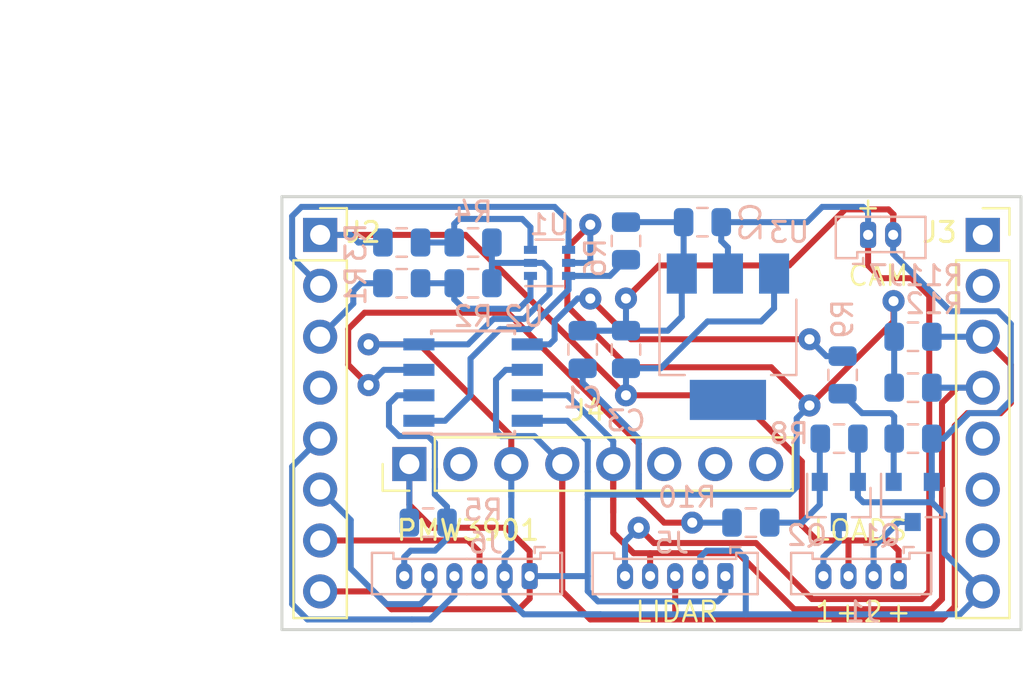
<source format=kicad_pcb>
(kicad_pcb (version 20171130) (host pcbnew "(5.0.1)-3")

  (general
    (thickness 1.6)
    (drawings 19)
    (tracks 349)
    (zones 0)
    (modules 27)
    (nets 32)
  )

  (page A4)
  (title_block
    (title "Cicada breakout for GY91")
    (date 2022-11-30)
    (rev 3)
    (comment 2 "Anton Sysoev (anton.sysoev.ru68@gmail.com)")
  )

  (layers
    (0 F.Cu signal)
    (31 B.Cu signal)
    (32 B.Adhes user)
    (33 F.Adhes user)
    (34 B.Paste user)
    (35 F.Paste user)
    (36 B.SilkS user)
    (37 F.SilkS user)
    (38 B.Mask user)
    (39 F.Mask user)
    (40 Dwgs.User user)
    (41 Cmts.User user)
    (42 Eco1.User user)
    (43 Eco2.User user)
    (44 Edge.Cuts user)
    (45 Margin user)
    (46 B.CrtYd user)
    (47 F.CrtYd user)
    (48 B.Fab user hide)
    (49 F.Fab user hide)
  )

  (setup
    (last_trace_width 0.3)
    (trace_clearance 0.2)
    (zone_clearance 0.508)
    (zone_45_only no)
    (trace_min 0.3)
    (segment_width 0.2)
    (edge_width 0.15)
    (via_size 1.1)
    (via_drill 0.5)
    (via_min_size 0.4)
    (via_min_drill 0.3)
    (uvia_size 0.3)
    (uvia_drill 0.1)
    (uvias_allowed no)
    (uvia_min_size 0.2)
    (uvia_min_drill 0.1)
    (pcb_text_width 0.3)
    (pcb_text_size 1.5 1.5)
    (mod_edge_width 0.15)
    (mod_text_size 1 1)
    (mod_text_width 0.15)
    (pad_size 1.524 1.524)
    (pad_drill 0.762)
    (pad_to_mask_clearance 0.051)
    (solder_mask_min_width 0.25)
    (aux_axis_origin 147.955 100.965)
    (visible_elements 7FFFFFFF)
    (pcbplotparams
      (layerselection 0x010f0_ffffffff)
      (usegerberextensions false)
      (usegerberattributes false)
      (usegerberadvancedattributes false)
      (creategerberjobfile false)
      (excludeedgelayer true)
      (linewidth 0.300000)
      (plotframeref false)
      (viasonmask false)
      (mode 1)
      (useauxorigin false)
      (hpglpennumber 1)
      (hpglpenspeed 20)
      (hpglpendiameter 15.000000)
      (psnegative false)
      (psa4output false)
      (plotreference true)
      (plotvalue false)
      (plotinvisibletext false)
      (padsonsilk false)
      (subtractmaskfromsilk false)
      (outputformat 1)
      (mirror false)
      (drillshape 0)
      (scaleselection 1)
      (outputdirectory "../../../prod/hardware/cicada-gy91/v3/gerber/"))
  )

  (net 0 "")
  (net 1 /MOSI)
  (net 2 /MISO)
  (net 3 /SCK)
  (net 4 /ADC)
  (net 5 /SCL)
  (net 6 /SDA)
  (net 7 GND)
  (net 8 +3V3)
  (net 9 +BATT)
  (net 10 /CURN)
  (net 11 "Net-(J4-Pad2)")
  (net 12 "Net-(J4-Pad6)")
  (net 13 "Net-(J4-Pad7)")
  (net 14 /CS1)
  (net 15 "Net-(Q1-Pad1)")
  (net 16 "Net-(R1-Pad2)")
  (net 17 "Net-(R3-Pad2)")
  (net 18 /ADC_CH)
  (net 19 APWR)
  (net 20 /L1)
  (net 21 /L2)
  (net 22 "Net-(J2-Pad4)")
  (net 23 "Net-(J3-Pad1)")
  (net 24 "Net-(J3-Pad2)")
  (net 25 "Net-(J3-Pad5)")
  (net 26 "Net-(J3-Pad6)")
  (net 27 "Net-(J3-Pad7)")
  (net 28 "Net-(J4-Pad8)")
  (net 29 "Net-(Q2-Pad1)")
  (net 30 /LOAD1)
  (net 31 /LOAD2)

  (net_class Default "Это класс цепей по умолчанию."
    (clearance 0.2)
    (trace_width 0.3)
    (via_dia 1.1)
    (via_drill 0.5)
    (uvia_dia 0.3)
    (uvia_drill 0.1)
    (diff_pair_gap 0.25)
    (diff_pair_width 0.3)
    (add_net +3V3)
    (add_net +BATT)
    (add_net /ADC)
    (add_net /ADC_CH)
    (add_net /CS1)
    (add_net /CURN)
    (add_net /L1)
    (add_net /L2)
    (add_net /LOAD1)
    (add_net /LOAD2)
    (add_net /MISO)
    (add_net /MOSI)
    (add_net /SCK)
    (add_net /SCL)
    (add_net /SDA)
    (add_net APWR)
    (add_net GND)
    (add_net "Net-(J2-Pad4)")
    (add_net "Net-(J3-Pad1)")
    (add_net "Net-(J3-Pad2)")
    (add_net "Net-(J3-Pad5)")
    (add_net "Net-(J3-Pad6)")
    (add_net "Net-(J3-Pad7)")
    (add_net "Net-(J4-Pad2)")
    (add_net "Net-(J4-Pad6)")
    (add_net "Net-(J4-Pad7)")
    (add_net "Net-(J4-Pad8)")
    (add_net "Net-(Q1-Pad1)")
    (add_net "Net-(Q2-Pad1)")
    (add_net "Net-(R1-Pad2)")
    (add_net "Net-(R3-Pad2)")
  )

  (module Connector_Molex:Molex_PicoBlade_53048-0410_1x02_P1.25mm_Horizontal (layer B.Cu) (tedit 65491683) (tstamp 65560C1F)
    (at 158.75 92.075)
    (descr "Molex PicoBlade Connector System, 53048-0410, 2 Pins per row (http://www.molex.com/pdm_docs/sd/532530770_sd.pdf), generated with kicad-footprint-generator")
    (tags "connector Molex PicoBlade top entry")
    (path /654A420A)
    (fp_text reference J7 (at 0.889 2.032) (layer B.SilkS)
      (effects (font (size 1 1) (thickness 0.15)) (justify mirror))
    )
    (fp_text value CAM (at 0.62 -5.65) (layer B.Fab)
      (effects (font (size 1 1) (thickness 0.15)) (justify mirror))
    )
    (fp_line (start -0.25 1.15) (end -0.25 1.45) (layer B.SilkS) (width 0.12))
    (fp_line (start -0.25 1.45) (end -0.75 1.45) (layer B.SilkS) (width 0.12))
    (fp_line (start -0.5 0.75) (end 0 0.042893) (layer B.Fab) (width 0.1))
    (fp_line (start 0 0.042893) (end 0.5 0.75) (layer B.Fab) (width 0.1))
    (fp_line (start 0.62 1.25) (end -0.15 1.25) (layer B.CrtYd) (width 0.05))
    (fp_line (start -0.15 1.25) (end -0.15 1.55) (layer B.CrtYd) (width 0.05))
    (fp_line (start -0.15 1.55) (end -2 1.55) (layer B.CrtYd) (width 0.05))
    (fp_line (start -2 1.55) (end -2 -4.95) (layer B.CrtYd) (width 0.05))
    (fp_line (start -2 -4.95) (end 0.62 -4.95) (layer B.CrtYd) (width 0.05))
    (fp_line (start 0.63 1.25) (end 1.4 1.25) (layer B.CrtYd) (width 0.05))
    (fp_line (start 1.4 1.25) (end 1.4 1.55) (layer B.CrtYd) (width 0.05))
    (fp_line (start 1.4 1.55) (end 3.25 1.55) (layer B.CrtYd) (width 0.05))
    (fp_line (start 3.25 1.55) (end 3.25 -4.95) (layer B.CrtYd) (width 0.05))
    (fp_line (start 3.25 -4.95) (end 0.63 -4.95) (layer B.CrtYd) (width 0.05))
    (fp_line (start 0.625 0.75) (end -0.65 0.75) (layer B.Fab) (width 0.1))
    (fp_line (start -0.65 0.75) (end -0.65 1.05) (layer B.Fab) (width 0.1))
    (fp_line (start -0.65 1.05) (end -1.5 1.05) (layer B.Fab) (width 0.1))
    (fp_line (start -1.5 1.05) (end -1.5 -4.45) (layer B.Fab) (width 0.1))
    (fp_line (start -1.5 -4.45) (end 0.625 -4.45) (layer B.Fab) (width 0.1))
    (fp_line (start 0.625 0.75) (end 1.9 0.75) (layer B.Fab) (width 0.1))
    (fp_line (start 1.9 0.75) (end 1.9 1.05) (layer B.Fab) (width 0.1))
    (fp_line (start 1.9 1.05) (end 2.75 1.05) (layer B.Fab) (width 0.1))
    (fp_line (start 2.75 1.05) (end 2.75 -4.45) (layer B.Fab) (width 0.1))
    (fp_line (start 2.75 -4.45) (end 0.625 -4.45) (layer B.Fab) (width 0.1))
    (fp_line (start 0.625 0.86) (end -0.54 0.86) (layer B.SilkS) (width 0.12))
    (fp_line (start -0.54 0.86) (end -0.54 1.16) (layer B.SilkS) (width 0.12))
    (fp_line (start -0.54 1.16) (end -1.61 1.16) (layer B.SilkS) (width 0.12))
    (fp_line (start -1.61 1.16) (end -1.61 -0.9) (layer B.SilkS) (width 0.12))
    (fp_line (start -1.61 -0.9) (end 0.625 -0.9) (layer B.SilkS) (width 0.12))
    (fp_line (start 0.625 0.86) (end 1.79 0.86) (layer B.SilkS) (width 0.12))
    (fp_line (start 1.79 0.86) (end 1.79 1.16) (layer B.SilkS) (width 0.12))
    (fp_line (start 1.79 1.16) (end 2.86 1.16) (layer B.SilkS) (width 0.12))
    (fp_line (start 2.86 1.16) (end 2.86 -0.9) (layer B.SilkS) (width 0.12))
    (fp_line (start 2.86 -0.9) (end 0.625 -0.9) (layer B.SilkS) (width 0.12))
    (fp_text user %R (at 0.62 -3.75) (layer B.Fab)
      (effects (font (size 1 1) (thickness 0.15)) (justify mirror))
    )
    (pad 1 thru_hole roundrect (at 0 0) (size 0.8 1.3) (drill 0.5) (layers *.Cu *.Mask) (roundrect_rratio 0.25)
      (net 19 APWR))
    (pad 2 thru_hole oval (at 1.25 0) (size 0.8 1.3) (drill 0.5) (layers *.Cu *.Mask)
      (net 7 GND))
    (model ${KIPRJMOD}/../../libs/3d/Molex-PicoBlade-0530480210-2P-Hor.STEP
      (offset (xyz 0.64 -3.5 1.9))
      (scale (xyz 1 1 1))
      (rotate (xyz 0 0 180))
    )
  )

  (module Connector_Molex:Molex_PicoBlade_53048-0810_1x04_P1.25mm_Horizontal (layer B.Cu) (tedit 65491654) (tstamp 65560B9D)
    (at 160.274 109.093 180)
    (descr "Molex PicoBlade Connector System, 53048-0810, 4 Pins per row (http://www.molex.com/pdm_docs/sd/532530770_sd.pdf), generated with kicad-footprint-generator")
    (tags "connector Molex PicoBlade top entry")
    (path /6551C61E)
    (fp_text reference J1 (at 1.778 -1.778 180) (layer B.SilkS)
      (effects (font (size 1 1) (thickness 0.15)) (justify mirror))
    )
    (fp_text value LOADS (at 1.88 -5.65 180) (layer B.Fab)
      (effects (font (size 1 1) (thickness 0.15)) (justify mirror))
    )
    (fp_line (start -0.25 1.15) (end -0.25 1.45) (layer B.SilkS) (width 0.12))
    (fp_line (start -0.25 1.45) (end -0.75 1.45) (layer B.SilkS) (width 0.12))
    (fp_line (start -0.5 0.75) (end 0 0.042893) (layer B.Fab) (width 0.1))
    (fp_line (start 0 0.042893) (end 0.5 0.75) (layer B.Fab) (width 0.1))
    (fp_line (start 1.88 1.25) (end -0.15 1.25) (layer B.CrtYd) (width 0.05))
    (fp_line (start -0.15 1.25) (end -0.15 1.55) (layer B.CrtYd) (width 0.05))
    (fp_line (start -0.15 1.55) (end -2 1.55) (layer B.CrtYd) (width 0.05))
    (fp_line (start -2 1.55) (end -2 -4.95) (layer B.CrtYd) (width 0.05))
    (fp_line (start -2 -4.95) (end 1.88 -4.95) (layer B.CrtYd) (width 0.05))
    (fp_line (start 1.87 1.25) (end 3.9 1.25) (layer B.CrtYd) (width 0.05))
    (fp_line (start 3.9 1.25) (end 3.9 1.55) (layer B.CrtYd) (width 0.05))
    (fp_line (start 3.9 1.55) (end 5.75 1.55) (layer B.CrtYd) (width 0.05))
    (fp_line (start 5.75 1.55) (end 5.75 -4.95) (layer B.CrtYd) (width 0.05))
    (fp_line (start 5.75 -4.95) (end 1.87 -4.95) (layer B.CrtYd) (width 0.05))
    (fp_line (start 1.875 0.75) (end -0.65 0.75) (layer B.Fab) (width 0.1))
    (fp_line (start -0.65 0.75) (end -0.65 1.05) (layer B.Fab) (width 0.1))
    (fp_line (start -0.65 1.05) (end -1.5 1.05) (layer B.Fab) (width 0.1))
    (fp_line (start -1.5 1.05) (end -1.5 -4.45) (layer B.Fab) (width 0.1))
    (fp_line (start -1.5 -4.45) (end 1.875 -4.45) (layer B.Fab) (width 0.1))
    (fp_line (start 1.875 0.75) (end 4.4 0.75) (layer B.Fab) (width 0.1))
    (fp_line (start 4.4 0.75) (end 4.4 1.05) (layer B.Fab) (width 0.1))
    (fp_line (start 4.4 1.05) (end 5.25 1.05) (layer B.Fab) (width 0.1))
    (fp_line (start 5.25 1.05) (end 5.25 -4.45) (layer B.Fab) (width 0.1))
    (fp_line (start 5.25 -4.45) (end 1.875 -4.45) (layer B.Fab) (width 0.1))
    (fp_line (start 1.875 0.86) (end -0.54 0.86) (layer B.SilkS) (width 0.12))
    (fp_line (start -0.54 0.86) (end -0.54 1.16) (layer B.SilkS) (width 0.12))
    (fp_line (start -0.54 1.16) (end -1.61 1.16) (layer B.SilkS) (width 0.12))
    (fp_line (start -1.61 1.16) (end -1.61 -0.9) (layer B.SilkS) (width 0.12))
    (fp_line (start -1.61 -0.9) (end 1.875 -0.9) (layer B.SilkS) (width 0.12))
    (fp_line (start 1.875 0.86) (end 4.29 0.86) (layer B.SilkS) (width 0.12))
    (fp_line (start 4.29 0.86) (end 4.29 1.16) (layer B.SilkS) (width 0.12))
    (fp_line (start 4.29 1.16) (end 5.36 1.16) (layer B.SilkS) (width 0.12))
    (fp_line (start 5.36 1.16) (end 5.36 -0.9) (layer B.SilkS) (width 0.12))
    (fp_line (start 5.36 -0.9) (end 1.875 -0.9) (layer B.SilkS) (width 0.12))
    (fp_text user %R (at 1.88 -3.75 180) (layer B.Fab)
      (effects (font (size 1 1) (thickness 0.15)) (justify mirror))
    )
    (pad 1 thru_hole roundrect (at 0 0 180) (size 0.8 1.3) (drill 0.5) (layers *.Cu *.Mask) (roundrect_rratio 0.25)
      (net 9 +BATT))
    (pad 2 thru_hole oval (at 1.25 0 180) (size 0.8 1.3) (drill 0.5) (layers *.Cu *.Mask)
      (net 21 /L2))
    (pad 3 thru_hole oval (at 2.5 0 180) (size 0.8 1.3) (drill 0.5) (layers *.Cu *.Mask)
      (net 9 +BATT))
    (pad 4 thru_hole oval (at 3.75 0 180) (size 0.8 1.3) (drill 0.5) (layers *.Cu *.Mask)
      (net 20 /L1))
    (model ${KIPRJMOD}/../../libs/3d/Molex-PicoBlade-530480410-4P-Hor.STEP
      (offset (xyz 1.86 -3.5 1.9))
      (scale (xyz 1 1 1))
      (rotate (xyz 0 0 180))
    )
  )

  (module Connector_Molex:Molex_PicoBlade_53048-1010_1x05_P1.25mm_Horizontal (layer B.Cu) (tedit 65491611) (tstamp 65560BC9)
    (at 151.638 109.093 180)
    (descr "Molex PicoBlade Connector System, 53048-1010, 5 Pins per row (http://www.molex.com/pdm_docs/sd/532530770_sd.pdf), generated with kicad-footprint-generator")
    (tags "connector Molex PicoBlade top entry")
    (path /63862BD5)
    (fp_text reference J5 (at 2.667 1.651 180) (layer B.SilkS)
      (effects (font (size 1 1) (thickness 0.15)) (justify mirror))
    )
    (fp_text value Lidar (at 2.5 -5.65 180) (layer B.Fab)
      (effects (font (size 1 1) (thickness 0.15)) (justify mirror))
    )
    (fp_line (start -0.25 1.15) (end -0.25 1.45) (layer B.SilkS) (width 0.12))
    (fp_line (start -0.25 1.45) (end -0.75 1.45) (layer B.SilkS) (width 0.12))
    (fp_line (start -0.5 0.75) (end 0 0.042893) (layer B.Fab) (width 0.1))
    (fp_line (start 0 0.042893) (end 0.5 0.75) (layer B.Fab) (width 0.1))
    (fp_line (start 2.5 1.25) (end -0.15 1.25) (layer B.CrtYd) (width 0.05))
    (fp_line (start -0.15 1.25) (end -0.15 1.55) (layer B.CrtYd) (width 0.05))
    (fp_line (start -0.15 1.55) (end -2 1.55) (layer B.CrtYd) (width 0.05))
    (fp_line (start -2 1.55) (end -2 -4.95) (layer B.CrtYd) (width 0.05))
    (fp_line (start -2 -4.95) (end 2.5 -4.95) (layer B.CrtYd) (width 0.05))
    (fp_line (start 2.5 1.25) (end 5.15 1.25) (layer B.CrtYd) (width 0.05))
    (fp_line (start 5.15 1.25) (end 5.15 1.55) (layer B.CrtYd) (width 0.05))
    (fp_line (start 5.15 1.55) (end 7 1.55) (layer B.CrtYd) (width 0.05))
    (fp_line (start 7 1.55) (end 7 -4.95) (layer B.CrtYd) (width 0.05))
    (fp_line (start 7 -4.95) (end 2.5 -4.95) (layer B.CrtYd) (width 0.05))
    (fp_line (start 2.5 0.75) (end -0.65 0.75) (layer B.Fab) (width 0.1))
    (fp_line (start -0.65 0.75) (end -0.65 1.05) (layer B.Fab) (width 0.1))
    (fp_line (start -0.65 1.05) (end -1.5 1.05) (layer B.Fab) (width 0.1))
    (fp_line (start -1.5 1.05) (end -1.5 -4.45) (layer B.Fab) (width 0.1))
    (fp_line (start -1.5 -4.45) (end 2.5 -4.45) (layer B.Fab) (width 0.1))
    (fp_line (start 2.5 0.75) (end 5.65 0.75) (layer B.Fab) (width 0.1))
    (fp_line (start 5.65 0.75) (end 5.65 1.05) (layer B.Fab) (width 0.1))
    (fp_line (start 5.65 1.05) (end 6.5 1.05) (layer B.Fab) (width 0.1))
    (fp_line (start 6.5 1.05) (end 6.5 -4.45) (layer B.Fab) (width 0.1))
    (fp_line (start 6.5 -4.45) (end 2.5 -4.45) (layer B.Fab) (width 0.1))
    (fp_line (start 2.5 0.86) (end -0.54 0.86) (layer B.SilkS) (width 0.12))
    (fp_line (start -0.54 0.86) (end -0.54 1.16) (layer B.SilkS) (width 0.12))
    (fp_line (start -0.54 1.16) (end -1.61 1.16) (layer B.SilkS) (width 0.12))
    (fp_line (start -1.61 1.16) (end -1.61 -0.9) (layer B.SilkS) (width 0.12))
    (fp_line (start -1.61 -0.9) (end 2.5 -0.9) (layer B.SilkS) (width 0.12))
    (fp_line (start 2.5 0.86) (end 5.54 0.86) (layer B.SilkS) (width 0.12))
    (fp_line (start 5.54 0.86) (end 5.54 1.16) (layer B.SilkS) (width 0.12))
    (fp_line (start 5.54 1.16) (end 6.61 1.16) (layer B.SilkS) (width 0.12))
    (fp_line (start 6.61 1.16) (end 6.61 -0.9) (layer B.SilkS) (width 0.12))
    (fp_line (start 6.61 -0.9) (end 2.5 -0.9) (layer B.SilkS) (width 0.12))
    (fp_text user %R (at 2.5 -3.75 180) (layer B.Fab)
      (effects (font (size 1 1) (thickness 0.15)) (justify mirror))
    )
    (pad 1 thru_hole roundrect (at 0 0 180) (size 0.8 1.3) (drill 0.5) (layers *.Cu *.Mask) (roundrect_rratio 0.25)
      (net 8 +3V3))
    (pad 2 thru_hole oval (at 1.25 0 180) (size 0.8 1.3) (drill 0.5) (layers *.Cu *.Mask)
      (net 7 GND))
    (pad 3 thru_hole oval (at 2.5 0 180) (size 0.8 1.3) (drill 0.5) (layers *.Cu *.Mask)
      (net 5 /SCL))
    (pad 4 thru_hole oval (at 3.75 0 180) (size 0.8 1.3) (drill 0.5) (layers *.Cu *.Mask)
      (net 6 /SDA))
    (pad 5 thru_hole oval (at 5 0 180) (size 0.8 1.3) (drill 0.5) (layers *.Cu *.Mask)
      (net 19 APWR))
    (model ${KIPRJMOD}/../../libs/3d/Molex-PicoBlade-0530480210-5P-Hor.STEP
      (offset (xyz 2.5 -3.5 1.9))
      (scale (xyz 1 1 1))
      (rotate (xyz 0 0 180))
    )
  )

  (module Connector_Molex:Molex_PicoBlade_53048-1210_1x06_P1.25mm_Horizontal (layer B.Cu) (tedit 654915C1) (tstamp 65560BF6)
    (at 141.886 109.093 180)
    (descr "Molex PicoBlade Connector System, 53048-1210, 6 Pins per row (http://www.molex.com/pdm_docs/sd/532530770_sd.pdf), generated with kicad-footprint-generator")
    (tags "connector Molex PicoBlade top entry")
    (path /654AD836)
    (fp_text reference J6 (at 2.186 1.651 180) (layer B.SilkS)
      (effects (font (size 1 1) (thickness 0.15)) (justify mirror))
    )
    (fp_text value PMW3901 (at 3.12 -5.65 180) (layer B.Fab)
      (effects (font (size 1 1) (thickness 0.15)) (justify mirror))
    )
    (fp_line (start -0.25 1.15) (end -0.25 1.45) (layer B.SilkS) (width 0.12))
    (fp_line (start -0.25 1.45) (end -0.75 1.45) (layer B.SilkS) (width 0.12))
    (fp_line (start -0.5 0.75) (end 0 0.042893) (layer B.Fab) (width 0.1))
    (fp_line (start 0 0.042893) (end 0.5 0.75) (layer B.Fab) (width 0.1))
    (fp_line (start 3.12 1.25) (end -0.15 1.25) (layer B.CrtYd) (width 0.05))
    (fp_line (start -0.15 1.25) (end -0.15 1.55) (layer B.CrtYd) (width 0.05))
    (fp_line (start -0.15 1.55) (end -2 1.55) (layer B.CrtYd) (width 0.05))
    (fp_line (start -2 1.55) (end -2 -4.95) (layer B.CrtYd) (width 0.05))
    (fp_line (start -2 -4.95) (end 3.12 -4.95) (layer B.CrtYd) (width 0.05))
    (fp_line (start 3.13 1.25) (end 6.4 1.25) (layer B.CrtYd) (width 0.05))
    (fp_line (start 6.4 1.25) (end 6.4 1.55) (layer B.CrtYd) (width 0.05))
    (fp_line (start 6.4 1.55) (end 8.25 1.55) (layer B.CrtYd) (width 0.05))
    (fp_line (start 8.25 1.55) (end 8.25 -4.95) (layer B.CrtYd) (width 0.05))
    (fp_line (start 8.25 -4.95) (end 3.13 -4.95) (layer B.CrtYd) (width 0.05))
    (fp_line (start 3.125 0.75) (end -0.65 0.75) (layer B.Fab) (width 0.1))
    (fp_line (start -0.65 0.75) (end -0.65 1.05) (layer B.Fab) (width 0.1))
    (fp_line (start -0.65 1.05) (end -1.5 1.05) (layer B.Fab) (width 0.1))
    (fp_line (start -1.5 1.05) (end -1.5 -4.45) (layer B.Fab) (width 0.1))
    (fp_line (start -1.5 -4.45) (end 3.125 -4.45) (layer B.Fab) (width 0.1))
    (fp_line (start 3.125 0.75) (end 6.9 0.75) (layer B.Fab) (width 0.1))
    (fp_line (start 6.9 0.75) (end 6.9 1.05) (layer B.Fab) (width 0.1))
    (fp_line (start 6.9 1.05) (end 7.75 1.05) (layer B.Fab) (width 0.1))
    (fp_line (start 7.75 1.05) (end 7.75 -4.45) (layer B.Fab) (width 0.1))
    (fp_line (start 7.75 -4.45) (end 3.125 -4.45) (layer B.Fab) (width 0.1))
    (fp_line (start 3.125 0.86) (end -0.54 0.86) (layer B.SilkS) (width 0.12))
    (fp_line (start -0.54 0.86) (end -0.54 1.16) (layer B.SilkS) (width 0.12))
    (fp_line (start -0.54 1.16) (end -1.61 1.16) (layer B.SilkS) (width 0.12))
    (fp_line (start -1.61 1.16) (end -1.61 -0.9) (layer B.SilkS) (width 0.12))
    (fp_line (start -1.6 -0.9) (end 3.135 -0.9) (layer B.SilkS) (width 0.12))
    (fp_line (start 3.125 0.86) (end 6.79 0.86) (layer B.SilkS) (width 0.12))
    (fp_line (start 6.79 0.86) (end 6.79 1.16) (layer B.SilkS) (width 0.12))
    (fp_line (start 6.79 1.16) (end 7.86 1.16) (layer B.SilkS) (width 0.12))
    (fp_line (start 7.86 1.16) (end 7.86 -0.9) (layer B.SilkS) (width 0.12))
    (fp_line (start 7.87 -0.9) (end 3.135 -0.9) (layer B.SilkS) (width 0.12))
    (fp_text user %R (at 3.12 -3.75 180) (layer B.Fab)
      (effects (font (size 1 1) (thickness 0.15)) (justify mirror))
    )
    (pad 1 thru_hole roundrect (at 0 0 180) (size 0.8 1.3) (drill 0.5) (layers *.Cu *.Mask) (roundrect_rratio 0.25)
      (net 8 +3V3))
    (pad 2 thru_hole oval (at 1.25 0 180) (size 0.8 1.3) (drill 0.5) (layers *.Cu *.Mask)
      (net 7 GND))
    (pad 3 thru_hole oval (at 2.5 0 180) (size 0.8 1.3) (drill 0.5) (layers *.Cu *.Mask)
      (net 1 /MOSI))
    (pad 4 thru_hole oval (at 3.75 0 180) (size 0.8 1.3) (drill 0.5) (layers *.Cu *.Mask)
      (net 3 /SCK))
    (pad 5 thru_hole oval (at 5 0 180) (size 0.8 1.3) (drill 0.5) (layers *.Cu *.Mask)
      (net 2 /MISO))
    (pad 6 thru_hole oval (at 6.25 0 180) (size 0.8 1.3) (drill 0.5) (layers *.Cu *.Mask)
      (net 14 /CS1))
    (model ${KIPRJMOD}/../../libs/3d/Molex-PicoBlade-530480610-6P-Hor.STEP
      (offset (xyz 3.1 -3.5 1.9))
      (scale (xyz 1 1 1))
      (rotate (xyz 0 0 180))
    )
  )

  (module Connector_PinSocket_2.54mm:PinSocket_1x08_P2.54mm_Vertical (layer F.Cu) (tedit 5A19A420) (tstamp 6179CE8E)
    (at 131.445 92.075)
    (descr "Through hole straight socket strip, 1x08, 2.54mm pitch, single row (from Kicad 4.0.7), script generated")
    (tags "Through hole socket strip THT 1x08 2.54mm single row")
    (path /616D4EA6)
    (fp_text reference J2 (at 2.159 -0.127) (layer F.SilkS)
      (effects (font (size 1 1) (thickness 0.15)))
    )
    (fp_text value "Expansion slot1" (at 0 20.55) (layer F.Fab)
      (effects (font (size 1 1) (thickness 0.15)))
    )
    (fp_text user %R (at 0 8.89 90) (layer F.Fab)
      (effects (font (size 1 1) (thickness 0.15)))
    )
    (fp_line (start -1.8 19.55) (end -1.8 -1.8) (layer F.CrtYd) (width 0.05))
    (fp_line (start 1.75 19.55) (end -1.8 19.55) (layer F.CrtYd) (width 0.05))
    (fp_line (start 1.75 -1.8) (end 1.75 19.55) (layer F.CrtYd) (width 0.05))
    (fp_line (start -1.8 -1.8) (end 1.75 -1.8) (layer F.CrtYd) (width 0.05))
    (fp_line (start 0 -1.33) (end 1.33 -1.33) (layer F.SilkS) (width 0.12))
    (fp_line (start 1.33 -1.33) (end 1.33 0) (layer F.SilkS) (width 0.12))
    (fp_line (start 1.33 1.27) (end 1.33 19.11) (layer F.SilkS) (width 0.12))
    (fp_line (start -1.33 19.11) (end 1.33 19.11) (layer F.SilkS) (width 0.12))
    (fp_line (start -1.33 1.27) (end -1.33 19.11) (layer F.SilkS) (width 0.12))
    (fp_line (start -1.33 1.27) (end 1.33 1.27) (layer F.SilkS) (width 0.12))
    (fp_line (start -1.27 19.05) (end -1.27 -1.27) (layer F.Fab) (width 0.1))
    (fp_line (start 1.27 19.05) (end -1.27 19.05) (layer F.Fab) (width 0.1))
    (fp_line (start 1.27 -0.635) (end 1.27 19.05) (layer F.Fab) (width 0.1))
    (fp_line (start 0.635 -1.27) (end 1.27 -0.635) (layer F.Fab) (width 0.1))
    (fp_line (start -1.27 -1.27) (end 0.635 -1.27) (layer F.Fab) (width 0.1))
    (pad 8 thru_hole oval (at 0 17.78) (size 1.7 1.7) (drill 1) (layers *.Cu *.Mask)
      (net 8 +3V3))
    (pad 7 thru_hole oval (at 0 15.24) (size 1.7 1.7) (drill 1) (layers *.Cu *.Mask)
      (net 1 /MOSI))
    (pad 6 thru_hole oval (at 0 12.7) (size 1.7 1.7) (drill 1) (layers *.Cu *.Mask)
      (net 2 /MISO))
    (pad 5 thru_hole oval (at 0 10.16) (size 1.7 1.7) (drill 1) (layers *.Cu *.Mask)
      (net 3 /SCK))
    (pad 4 thru_hole oval (at 0 7.62) (size 1.7 1.7) (drill 1) (layers *.Cu *.Mask)
      (net 22 "Net-(J2-Pad4)"))
    (pad 3 thru_hole oval (at 0 5.08) (size 1.7 1.7) (drill 1) (layers *.Cu *.Mask)
      (net 10 /CURN))
    (pad 2 thru_hole oval (at 0 2.54) (size 1.7 1.7) (drill 1) (layers *.Cu *.Mask)
      (net 4 /ADC))
    (pad 1 thru_hole rect (at 0 0) (size 1.7 1.7) (drill 1) (layers *.Cu *.Mask)
      (net 9 +BATT))
    (model ${KISYS3DMOD}/Connector_PinSocket_2.54mm.3dshapes/PinSocket_1x08_P2.54mm_Vertical.wrl
      (offset (xyz 0 0 -1.5))
      (scale (xyz 1 1 1))
      (rotate (xyz 0 180 0))
    )
  )

  (module Connector_PinSocket_2.54mm:PinSocket_1x08_P2.54mm_Vertical (layer F.Cu) (tedit 5A19A420) (tstamp 6179CEAA)
    (at 164.465 92.075)
    (descr "Through hole straight socket strip, 1x08, 2.54mm pitch, single row (from Kicad 4.0.7), script generated")
    (tags "Through hole socket strip THT 1x08 2.54mm single row")
    (path /616D4E0F)
    (fp_text reference J3 (at -2.159 -0.127) (layer F.SilkS)
      (effects (font (size 1 1) (thickness 0.15)))
    )
    (fp_text value "Expansion slot2" (at 0 20.55) (layer F.Fab)
      (effects (font (size 1 1) (thickness 0.15)))
    )
    (fp_line (start -1.27 -1.27) (end 0.635 -1.27) (layer F.Fab) (width 0.1))
    (fp_line (start 0.635 -1.27) (end 1.27 -0.635) (layer F.Fab) (width 0.1))
    (fp_line (start 1.27 -0.635) (end 1.27 19.05) (layer F.Fab) (width 0.1))
    (fp_line (start 1.27 19.05) (end -1.27 19.05) (layer F.Fab) (width 0.1))
    (fp_line (start -1.27 19.05) (end -1.27 -1.27) (layer F.Fab) (width 0.1))
    (fp_line (start -1.33 1.27) (end 1.33 1.27) (layer F.SilkS) (width 0.12))
    (fp_line (start -1.33 1.27) (end -1.33 19.11) (layer F.SilkS) (width 0.12))
    (fp_line (start -1.33 19.11) (end 1.33 19.11) (layer F.SilkS) (width 0.12))
    (fp_line (start 1.33 1.27) (end 1.33 19.11) (layer F.SilkS) (width 0.12))
    (fp_line (start 1.33 -1.33) (end 1.33 0) (layer F.SilkS) (width 0.12))
    (fp_line (start 0 -1.33) (end 1.33 -1.33) (layer F.SilkS) (width 0.12))
    (fp_line (start -1.8 -1.8) (end 1.75 -1.8) (layer F.CrtYd) (width 0.05))
    (fp_line (start 1.75 -1.8) (end 1.75 19.55) (layer F.CrtYd) (width 0.05))
    (fp_line (start 1.75 19.55) (end -1.8 19.55) (layer F.CrtYd) (width 0.05))
    (fp_line (start -1.8 19.55) (end -1.8 -1.8) (layer F.CrtYd) (width 0.05))
    (fp_text user %R (at 0 8.89 90) (layer F.Fab)
      (effects (font (size 1 1) (thickness 0.15)))
    )
    (pad 1 thru_hole rect (at 0 0) (size 1.7 1.7) (drill 1) (layers *.Cu *.Mask)
      (net 23 "Net-(J3-Pad1)"))
    (pad 2 thru_hole oval (at 0 2.54) (size 1.7 1.7) (drill 1) (layers *.Cu *.Mask)
      (net 24 "Net-(J3-Pad2)"))
    (pad 3 thru_hole oval (at 0 5.08) (size 1.7 1.7) (drill 1) (layers *.Cu *.Mask)
      (net 5 /SCL))
    (pad 4 thru_hole oval (at 0 7.62) (size 1.7 1.7) (drill 1) (layers *.Cu *.Mask)
      (net 6 /SDA))
    (pad 5 thru_hole oval (at 0 10.16) (size 1.7 1.7) (drill 1) (layers *.Cu *.Mask)
      (net 25 "Net-(J3-Pad5)"))
    (pad 6 thru_hole oval (at 0 12.7) (size 1.7 1.7) (drill 1) (layers *.Cu *.Mask)
      (net 26 "Net-(J3-Pad6)"))
    (pad 7 thru_hole oval (at 0 15.24) (size 1.7 1.7) (drill 1) (layers *.Cu *.Mask)
      (net 27 "Net-(J3-Pad7)"))
    (pad 8 thru_hole oval (at 0 17.78) (size 1.7 1.7) (drill 1) (layers *.Cu *.Mask)
      (net 7 GND))
    (model ${KISYS3DMOD}/Connector_PinSocket_2.54mm.3dshapes/PinSocket_1x08_P2.54mm_Vertical.wrl
      (offset (xyz 0 0 -1.5))
      (scale (xyz 1 1 1))
      (rotate (xyz 0 180 0))
    )
  )

  (module Connector_PinHeader_2.54mm:PinHeader_1x08_P2.54mm_Vertical (layer F.Cu) (tedit 59FED5CC) (tstamp 6179CEC6)
    (at 135.89 103.505 90)
    (descr "Through hole straight pin header, 1x08, 2.54mm pitch, single row")
    (tags "Through hole pin header THT 1x08 2.54mm single row")
    (path /616D4F04)
    (fp_text reference J4 (at 2.667 8.89 180) (layer F.SilkS)
      (effects (font (size 1 1) (thickness 0.15)))
    )
    (fp_text value "GY-91 Module" (at 0 20.11 90) (layer F.Fab)
      (effects (font (size 1 1) (thickness 0.15)))
    )
    (fp_line (start -0.635 -1.27) (end 1.27 -1.27) (layer F.Fab) (width 0.1))
    (fp_line (start 1.27 -1.27) (end 1.27 19.05) (layer F.Fab) (width 0.1))
    (fp_line (start 1.27 19.05) (end -1.27 19.05) (layer F.Fab) (width 0.1))
    (fp_line (start -1.27 19.05) (end -1.27 -0.635) (layer F.Fab) (width 0.1))
    (fp_line (start -1.27 -0.635) (end -0.635 -1.27) (layer F.Fab) (width 0.1))
    (fp_line (start -1.33 19.11) (end 1.33 19.11) (layer F.SilkS) (width 0.12))
    (fp_line (start -1.33 1.27) (end -1.33 19.11) (layer F.SilkS) (width 0.12))
    (fp_line (start 1.33 1.27) (end 1.33 19.11) (layer F.SilkS) (width 0.12))
    (fp_line (start -1.33 1.27) (end 1.33 1.27) (layer F.SilkS) (width 0.12))
    (fp_line (start -1.33 0) (end -1.33 -1.33) (layer F.SilkS) (width 0.12))
    (fp_line (start -1.33 -1.33) (end 0 -1.33) (layer F.SilkS) (width 0.12))
    (fp_line (start -1.8 -1.8) (end -1.8 19.55) (layer F.CrtYd) (width 0.05))
    (fp_line (start -1.8 19.55) (end 1.8 19.55) (layer F.CrtYd) (width 0.05))
    (fp_line (start 1.8 19.55) (end 1.8 -1.8) (layer F.CrtYd) (width 0.05))
    (fp_line (start 1.8 -1.8) (end -1.8 -1.8) (layer F.CrtYd) (width 0.05))
    (fp_text user %R (at 0 8.89 180) (layer F.Fab)
      (effects (font (size 1 1) (thickness 0.15)))
    )
    (pad 1 thru_hole rect (at 0 0 90) (size 1.7 1.7) (drill 1) (layers *.Cu *.Mask)
      (net 8 +3V3))
    (pad 2 thru_hole oval (at 0 2.54 90) (size 1.7 1.7) (drill 1) (layers *.Cu *.Mask)
      (net 11 "Net-(J4-Pad2)"))
    (pad 3 thru_hole oval (at 0 5.08 90) (size 1.7 1.7) (drill 1) (layers *.Cu *.Mask)
      (net 7 GND))
    (pad 4 thru_hole oval (at 0 7.62 90) (size 1.7 1.7) (drill 1) (layers *.Cu *.Mask)
      (net 5 /SCL))
    (pad 5 thru_hole oval (at 0 10.16 90) (size 1.7 1.7) (drill 1) (layers *.Cu *.Mask)
      (net 6 /SDA))
    (pad 6 thru_hole oval (at 0 12.7 90) (size 1.7 1.7) (drill 1) (layers *.Cu *.Mask)
      (net 12 "Net-(J4-Pad6)"))
    (pad 7 thru_hole oval (at 0 15.24 90) (size 1.7 1.7) (drill 1) (layers *.Cu *.Mask)
      (net 13 "Net-(J4-Pad7)"))
    (pad 8 thru_hole oval (at 0 17.78 90) (size 1.7 1.7) (drill 1) (layers *.Cu *.Mask)
      (net 28 "Net-(J4-Pad8)"))
    (model ../../libs/3d/GY-91-without-pin-header.step
      (offset (xyz -1.27 -19.4 0))
      (scale (xyz 1 1 1))
      (rotate (xyz 0 0 0))
    )
  )

  (module Capacitor_SMD:C_0805_2012Metric (layer B.Cu) (tedit 5B36C52B) (tstamp 639EB3A4)
    (at 150.495 91.44)
    (descr "Capacitor SMD 0805 (2012 Metric), square (rectangular) end terminal, IPC_7351 nominal, (Body size source: https://docs.google.com/spreadsheets/d/1BsfQQcO9C6DZCsRaXUlFlo91Tg2WpOkGARC1WS5S8t0/edit?usp=sharing), generated with kicad-footprint-generator")
    (tags capacitor)
    (path /63945CD7)
    (attr smd)
    (fp_text reference C2 (at 2.413 0 90) (layer B.SilkS)
      (effects (font (size 1 1) (thickness 0.15)) (justify mirror))
    )
    (fp_text value 10uF (at 0 -1.65) (layer B.Fab)
      (effects (font (size 1 1) (thickness 0.15)) (justify mirror))
    )
    (fp_text user %R (at 0 0) (layer B.Fab)
      (effects (font (size 0.5 0.5) (thickness 0.08)) (justify mirror))
    )
    (fp_line (start 1.68 -0.95) (end -1.68 -0.95) (layer B.CrtYd) (width 0.05))
    (fp_line (start 1.68 0.95) (end 1.68 -0.95) (layer B.CrtYd) (width 0.05))
    (fp_line (start -1.68 0.95) (end 1.68 0.95) (layer B.CrtYd) (width 0.05))
    (fp_line (start -1.68 -0.95) (end -1.68 0.95) (layer B.CrtYd) (width 0.05))
    (fp_line (start -0.258578 -0.71) (end 0.258578 -0.71) (layer B.SilkS) (width 0.12))
    (fp_line (start -0.258578 0.71) (end 0.258578 0.71) (layer B.SilkS) (width 0.12))
    (fp_line (start 1 -0.6) (end -1 -0.6) (layer B.Fab) (width 0.1))
    (fp_line (start 1 0.6) (end 1 -0.6) (layer B.Fab) (width 0.1))
    (fp_line (start -1 0.6) (end 1 0.6) (layer B.Fab) (width 0.1))
    (fp_line (start -1 -0.6) (end -1 0.6) (layer B.Fab) (width 0.1))
    (pad 2 smd roundrect (at 0.9375 0) (size 0.975 1.4) (layers B.Cu B.Paste B.Mask) (roundrect_rratio 0.25)
      (net 19 APWR))
    (pad 1 smd roundrect (at -0.9375 0) (size 0.975 1.4) (layers B.Cu B.Paste B.Mask) (roundrect_rratio 0.25)
      (net 7 GND))
    (model ${KISYS3DMOD}/Capacitor_SMD.3dshapes/C_0805_2012Metric.wrl
      (at (xyz 0 0 0))
      (scale (xyz 1 1 1))
      (rotate (xyz 0 0 0))
    )
  )

  (module Capacitor_SMD:C_0805_2012Metric (layer B.Cu) (tedit 5B36C52B) (tstamp 639EB3B5)
    (at 144.526 97.79 270)
    (descr "Capacitor SMD 0805 (2012 Metric), square (rectangular) end terminal, IPC_7351 nominal, (Body size source: https://docs.google.com/spreadsheets/d/1BsfQQcO9C6DZCsRaXUlFlo91Tg2WpOkGARC1WS5S8t0/edit?usp=sharing), generated with kicad-footprint-generator")
    (tags capacitor)
    (path /6387E606)
    (attr smd)
    (fp_text reference C1 (at 2.413 0) (layer B.SilkS)
      (effects (font (size 1 1) (thickness 0.15)) (justify mirror))
    )
    (fp_text value "100 nF" (at 0 -1.65 270) (layer B.Fab)
      (effects (font (size 1 1) (thickness 0.15)) (justify mirror))
    )
    (fp_text user %R (at 0 0 270) (layer B.Fab)
      (effects (font (size 0.5 0.5) (thickness 0.08)) (justify mirror))
    )
    (fp_line (start 1.68 -0.95) (end -1.68 -0.95) (layer B.CrtYd) (width 0.05))
    (fp_line (start 1.68 0.95) (end 1.68 -0.95) (layer B.CrtYd) (width 0.05))
    (fp_line (start -1.68 0.95) (end 1.68 0.95) (layer B.CrtYd) (width 0.05))
    (fp_line (start -1.68 -0.95) (end -1.68 0.95) (layer B.CrtYd) (width 0.05))
    (fp_line (start -0.258578 -0.71) (end 0.258578 -0.71) (layer B.SilkS) (width 0.12))
    (fp_line (start -0.258578 0.71) (end 0.258578 0.71) (layer B.SilkS) (width 0.12))
    (fp_line (start 1 -0.6) (end -1 -0.6) (layer B.Fab) (width 0.1))
    (fp_line (start 1 0.6) (end 1 -0.6) (layer B.Fab) (width 0.1))
    (fp_line (start -1 0.6) (end 1 0.6) (layer B.Fab) (width 0.1))
    (fp_line (start -1 -0.6) (end -1 0.6) (layer B.Fab) (width 0.1))
    (pad 2 smd roundrect (at 0.9375 0 270) (size 0.975 1.4) (layers B.Cu B.Paste B.Mask) (roundrect_rratio 0.25)
      (net 8 +3V3))
    (pad 1 smd roundrect (at -0.9375 0 270) (size 0.975 1.4) (layers B.Cu B.Paste B.Mask) (roundrect_rratio 0.25)
      (net 7 GND))
    (model ${KISYS3DMOD}/Capacitor_SMD.3dshapes/C_0805_2012Metric.wrl
      (at (xyz 0 0 0))
      (scale (xyz 1 1 1))
      (rotate (xyz 0 0 0))
    )
  )

  (module Capacitor_SMD:C_0805_2012Metric (layer B.Cu) (tedit 5B36C52B) (tstamp 639EB3C6)
    (at 146.685 97.79 270)
    (descr "Capacitor SMD 0805 (2012 Metric), square (rectangular) end terminal, IPC_7351 nominal, (Body size source: https://docs.google.com/spreadsheets/d/1BsfQQcO9C6DZCsRaXUlFlo91Tg2WpOkGARC1WS5S8t0/edit?usp=sharing), generated with kicad-footprint-generator")
    (tags capacitor)
    (path /63952CB0)
    (attr smd)
    (fp_text reference C3 (at 3.556 0) (layer B.SilkS)
      (effects (font (size 1 1) (thickness 0.15)) (justify mirror))
    )
    (fp_text value 10uF (at 0 -1.65 270) (layer B.Fab)
      (effects (font (size 1 1) (thickness 0.15)) (justify mirror))
    )
    (fp_line (start -1 -0.6) (end -1 0.6) (layer B.Fab) (width 0.1))
    (fp_line (start -1 0.6) (end 1 0.6) (layer B.Fab) (width 0.1))
    (fp_line (start 1 0.6) (end 1 -0.6) (layer B.Fab) (width 0.1))
    (fp_line (start 1 -0.6) (end -1 -0.6) (layer B.Fab) (width 0.1))
    (fp_line (start -0.258578 0.71) (end 0.258578 0.71) (layer B.SilkS) (width 0.12))
    (fp_line (start -0.258578 -0.71) (end 0.258578 -0.71) (layer B.SilkS) (width 0.12))
    (fp_line (start -1.68 -0.95) (end -1.68 0.95) (layer B.CrtYd) (width 0.05))
    (fp_line (start -1.68 0.95) (end 1.68 0.95) (layer B.CrtYd) (width 0.05))
    (fp_line (start 1.68 0.95) (end 1.68 -0.95) (layer B.CrtYd) (width 0.05))
    (fp_line (start 1.68 -0.95) (end -1.68 -0.95) (layer B.CrtYd) (width 0.05))
    (fp_text user %R (at 0 0 270) (layer B.Fab)
      (effects (font (size 0.5 0.5) (thickness 0.08)) (justify mirror))
    )
    (pad 1 smd roundrect (at -0.9375 0 270) (size 0.975 1.4) (layers B.Cu B.Paste B.Mask) (roundrect_rratio 0.25)
      (net 7 GND))
    (pad 2 smd roundrect (at 0.9375 0 270) (size 0.975 1.4) (layers B.Cu B.Paste B.Mask) (roundrect_rratio 0.25)
      (net 9 +BATT))
    (model ${KISYS3DMOD}/Capacitor_SMD.3dshapes/C_0805_2012Metric.wrl
      (at (xyz 0 0 0))
      (scale (xyz 1 1 1))
      (rotate (xyz 0 0 0))
    )
  )

  (module Package_TO_SOT_SMD:SOT-23 (layer B.Cu) (tedit 5A02FF57) (tstamp 639EB505)
    (at 160.975 105.394 270)
    (descr "SOT-23, Standard")
    (tags SOT-23)
    (path /6390B967)
    (attr smd)
    (fp_text reference Q1 (at 1.667 1.59) (layer B.SilkS)
      (effects (font (size 1 1) (thickness 0.15)) (justify mirror))
    )
    (fp_text value IRLML2502 (at 0 -2.5 270) (layer B.Fab)
      (effects (font (size 1 1) (thickness 0.15)) (justify mirror))
    )
    (fp_line (start 0.76 -1.58) (end -0.7 -1.58) (layer B.SilkS) (width 0.12))
    (fp_line (start 0.76 1.58) (end -1.4 1.58) (layer B.SilkS) (width 0.12))
    (fp_line (start -1.7 -1.75) (end -1.7 1.75) (layer B.CrtYd) (width 0.05))
    (fp_line (start 1.7 -1.75) (end -1.7 -1.75) (layer B.CrtYd) (width 0.05))
    (fp_line (start 1.7 1.75) (end 1.7 -1.75) (layer B.CrtYd) (width 0.05))
    (fp_line (start -1.7 1.75) (end 1.7 1.75) (layer B.CrtYd) (width 0.05))
    (fp_line (start 0.76 1.58) (end 0.76 0.65) (layer B.SilkS) (width 0.12))
    (fp_line (start 0.76 -1.58) (end 0.76 -0.65) (layer B.SilkS) (width 0.12))
    (fp_line (start -0.7 -1.52) (end 0.7 -1.52) (layer B.Fab) (width 0.1))
    (fp_line (start 0.7 1.52) (end 0.7 -1.52) (layer B.Fab) (width 0.1))
    (fp_line (start -0.7 0.95) (end -0.15 1.52) (layer B.Fab) (width 0.1))
    (fp_line (start -0.15 1.52) (end 0.7 1.52) (layer B.Fab) (width 0.1))
    (fp_line (start -0.7 0.95) (end -0.7 -1.5) (layer B.Fab) (width 0.1))
    (fp_text user %R (at 0 0 180) (layer B.Fab)
      (effects (font (size 0.5 0.5) (thickness 0.075)) (justify mirror))
    )
    (pad 3 smd rect (at 1 0 270) (size 0.9 0.8) (layers B.Cu B.Paste B.Mask)
      (net 21 /L2))
    (pad 2 smd rect (at -1 -0.95 270) (size 0.9 0.8) (layers B.Cu B.Paste B.Mask)
      (net 7 GND))
    (pad 1 smd rect (at -1 0.95 270) (size 0.9 0.8) (layers B.Cu B.Paste B.Mask)
      (net 15 "Net-(Q1-Pad1)"))
    (model ${KISYS3DMOD}/Package_TO_SOT_SMD.3dshapes/SOT-23.wrl
      (at (xyz 0 0 0))
      (scale (xyz 1 1 1))
      (rotate (xyz 0 0 0))
    )
  )

  (module Resistor_SMD:R_0805_2012Metric (layer B.Cu) (tedit 5B36C52B) (tstamp 639EB52B)
    (at 135.509 94.488)
    (descr "Resistor SMD 0805 (2012 Metric), square (rectangular) end terminal, IPC_7351 nominal, (Body size source: https://docs.google.com/spreadsheets/d/1BsfQQcO9C6DZCsRaXUlFlo91Tg2WpOkGARC1WS5S8t0/edit?usp=sharing), generated with kicad-footprint-generator")
    (tags resistor)
    (path /6386BFC2)
    (attr smd)
    (fp_text reference R1 (at -2.286 0.127 90) (layer B.SilkS)
      (effects (font (size 1 1) (thickness 0.15)) (justify mirror))
    )
    (fp_text value 82k (at 0 -1.65) (layer B.Fab)
      (effects (font (size 1 1) (thickness 0.15)) (justify mirror))
    )
    (fp_line (start -1 -0.6) (end -1 0.6) (layer B.Fab) (width 0.1))
    (fp_line (start -1 0.6) (end 1 0.6) (layer B.Fab) (width 0.1))
    (fp_line (start 1 0.6) (end 1 -0.6) (layer B.Fab) (width 0.1))
    (fp_line (start 1 -0.6) (end -1 -0.6) (layer B.Fab) (width 0.1))
    (fp_line (start -0.258578 0.71) (end 0.258578 0.71) (layer B.SilkS) (width 0.12))
    (fp_line (start -0.258578 -0.71) (end 0.258578 -0.71) (layer B.SilkS) (width 0.12))
    (fp_line (start -1.68 -0.95) (end -1.68 0.95) (layer B.CrtYd) (width 0.05))
    (fp_line (start -1.68 0.95) (end 1.68 0.95) (layer B.CrtYd) (width 0.05))
    (fp_line (start 1.68 0.95) (end 1.68 -0.95) (layer B.CrtYd) (width 0.05))
    (fp_line (start 1.68 -0.95) (end -1.68 -0.95) (layer B.CrtYd) (width 0.05))
    (fp_text user %R (at 0 0) (layer B.Fab)
      (effects (font (size 0.5 0.5) (thickness 0.08)) (justify mirror))
    )
    (pad 1 smd roundrect (at -0.9375 0) (size 0.975 1.4) (layers B.Cu B.Paste B.Mask) (roundrect_rratio 0.25)
      (net 10 /CURN))
    (pad 2 smd roundrect (at 0.9375 0) (size 0.975 1.4) (layers B.Cu B.Paste B.Mask) (roundrect_rratio 0.25)
      (net 16 "Net-(R1-Pad2)"))
    (model ${KISYS3DMOD}/Resistor_SMD.3dshapes/R_0805_2012Metric.wrl
      (at (xyz 0 0 0))
      (scale (xyz 1 1 1))
      (rotate (xyz 0 0 0))
    )
  )

  (module Resistor_SMD:R_0805_2012Metric (layer B.Cu) (tedit 5B36C52B) (tstamp 639EB53C)
    (at 139.065 94.488)
    (descr "Resistor SMD 0805 (2012 Metric), square (rectangular) end terminal, IPC_7351 nominal, (Body size source: https://docs.google.com/spreadsheets/d/1BsfQQcO9C6DZCsRaXUlFlo91Tg2WpOkGARC1WS5S8t0/edit?usp=sharing), generated with kicad-footprint-generator")
    (tags resistor)
    (path /6386C018)
    (attr smd)
    (fp_text reference R2 (at 0 1.651) (layer B.SilkS)
      (effects (font (size 1 1) (thickness 0.15)) (justify mirror))
    )
    (fp_text value 30k (at 0 -1.65) (layer B.Fab)
      (effects (font (size 1 1) (thickness 0.15)) (justify mirror))
    )
    (fp_line (start -1 -0.6) (end -1 0.6) (layer B.Fab) (width 0.1))
    (fp_line (start -1 0.6) (end 1 0.6) (layer B.Fab) (width 0.1))
    (fp_line (start 1 0.6) (end 1 -0.6) (layer B.Fab) (width 0.1))
    (fp_line (start 1 -0.6) (end -1 -0.6) (layer B.Fab) (width 0.1))
    (fp_line (start -0.258578 0.71) (end 0.258578 0.71) (layer B.SilkS) (width 0.12))
    (fp_line (start -0.258578 -0.71) (end 0.258578 -0.71) (layer B.SilkS) (width 0.12))
    (fp_line (start -1.68 -0.95) (end -1.68 0.95) (layer B.CrtYd) (width 0.05))
    (fp_line (start -1.68 0.95) (end 1.68 0.95) (layer B.CrtYd) (width 0.05))
    (fp_line (start 1.68 0.95) (end 1.68 -0.95) (layer B.CrtYd) (width 0.05))
    (fp_line (start 1.68 -0.95) (end -1.68 -0.95) (layer B.CrtYd) (width 0.05))
    (fp_text user %R (at 0 0) (layer B.Fab)
      (effects (font (size 0.5 0.5) (thickness 0.08)) (justify mirror))
    )
    (pad 1 smd roundrect (at -0.9375 0) (size 0.975 1.4) (layers B.Cu B.Paste B.Mask) (roundrect_rratio 0.25)
      (net 16 "Net-(R1-Pad2)"))
    (pad 2 smd roundrect (at 0.9375 0) (size 0.975 1.4) (layers B.Cu B.Paste B.Mask) (roundrect_rratio 0.25)
      (net 7 GND))
    (model ${KISYS3DMOD}/Resistor_SMD.3dshapes/R_0805_2012Metric.wrl
      (at (xyz 0 0 0))
      (scale (xyz 1 1 1))
      (rotate (xyz 0 0 0))
    )
  )

  (module Resistor_SMD:R_0805_2012Metric (layer B.Cu) (tedit 5B36C52B) (tstamp 639EB54D)
    (at 135.509 92.456)
    (descr "Resistor SMD 0805 (2012 Metric), square (rectangular) end terminal, IPC_7351 nominal, (Body size source: https://docs.google.com/spreadsheets/d/1BsfQQcO9C6DZCsRaXUlFlo91Tg2WpOkGARC1WS5S8t0/edit?usp=sharing), generated with kicad-footprint-generator")
    (tags resistor)
    (path /6386BE9E)
    (attr smd)
    (fp_text reference R3 (at -2.286 0 90) (layer B.SilkS)
      (effects (font (size 1 1) (thickness 0.15)) (justify mirror))
    )
    (fp_text value 390k (at 0 -1.65) (layer B.Fab)
      (effects (font (size 1 1) (thickness 0.15)) (justify mirror))
    )
    (fp_line (start -1 -0.6) (end -1 0.6) (layer B.Fab) (width 0.1))
    (fp_line (start -1 0.6) (end 1 0.6) (layer B.Fab) (width 0.1))
    (fp_line (start 1 0.6) (end 1 -0.6) (layer B.Fab) (width 0.1))
    (fp_line (start 1 -0.6) (end -1 -0.6) (layer B.Fab) (width 0.1))
    (fp_line (start -0.258578 0.71) (end 0.258578 0.71) (layer B.SilkS) (width 0.12))
    (fp_line (start -0.258578 -0.71) (end 0.258578 -0.71) (layer B.SilkS) (width 0.12))
    (fp_line (start -1.68 -0.95) (end -1.68 0.95) (layer B.CrtYd) (width 0.05))
    (fp_line (start -1.68 0.95) (end 1.68 0.95) (layer B.CrtYd) (width 0.05))
    (fp_line (start 1.68 0.95) (end 1.68 -0.95) (layer B.CrtYd) (width 0.05))
    (fp_line (start 1.68 -0.95) (end -1.68 -0.95) (layer B.CrtYd) (width 0.05))
    (fp_text user %R (at 0 0) (layer B.Fab)
      (effects (font (size 0.5 0.5) (thickness 0.08)) (justify mirror))
    )
    (pad 1 smd roundrect (at -0.9375 0) (size 0.975 1.4) (layers B.Cu B.Paste B.Mask) (roundrect_rratio 0.25)
      (net 9 +BATT))
    (pad 2 smd roundrect (at 0.9375 0) (size 0.975 1.4) (layers B.Cu B.Paste B.Mask) (roundrect_rratio 0.25)
      (net 17 "Net-(R3-Pad2)"))
    (model ${KISYS3DMOD}/Resistor_SMD.3dshapes/R_0805_2012Metric.wrl
      (at (xyz 0 0 0))
      (scale (xyz 1 1 1))
      (rotate (xyz 0 0 0))
    )
  )

  (module Resistor_SMD:R_0805_2012Metric (layer B.Cu) (tedit 5B36C52B) (tstamp 639EB55E)
    (at 139.065 92.456)
    (descr "Resistor SMD 0805 (2012 Metric), square (rectangular) end terminal, IPC_7351 nominal, (Body size source: https://docs.google.com/spreadsheets/d/1BsfQQcO9C6DZCsRaXUlFlo91Tg2WpOkGARC1WS5S8t0/edit?usp=sharing), generated with kicad-footprint-generator")
    (tags resistor)
    (path /6386BF12)
    (attr smd)
    (fp_text reference R4 (at 0 -1.524) (layer B.SilkS)
      (effects (font (size 1 1) (thickness 0.15)) (justify mirror))
    )
    (fp_text value 30k (at 0 -1.65) (layer B.Fab)
      (effects (font (size 1 1) (thickness 0.15)) (justify mirror))
    )
    (fp_text user %R (at 0 0) (layer B.Fab)
      (effects (font (size 0.5 0.5) (thickness 0.08)) (justify mirror))
    )
    (fp_line (start 1.68 -0.95) (end -1.68 -0.95) (layer B.CrtYd) (width 0.05))
    (fp_line (start 1.68 0.95) (end 1.68 -0.95) (layer B.CrtYd) (width 0.05))
    (fp_line (start -1.68 0.95) (end 1.68 0.95) (layer B.CrtYd) (width 0.05))
    (fp_line (start -1.68 -0.95) (end -1.68 0.95) (layer B.CrtYd) (width 0.05))
    (fp_line (start -0.258578 -0.71) (end 0.258578 -0.71) (layer B.SilkS) (width 0.12))
    (fp_line (start -0.258578 0.71) (end 0.258578 0.71) (layer B.SilkS) (width 0.12))
    (fp_line (start 1 -0.6) (end -1 -0.6) (layer B.Fab) (width 0.1))
    (fp_line (start 1 0.6) (end 1 -0.6) (layer B.Fab) (width 0.1))
    (fp_line (start -1 0.6) (end 1 0.6) (layer B.Fab) (width 0.1))
    (fp_line (start -1 -0.6) (end -1 0.6) (layer B.Fab) (width 0.1))
    (pad 2 smd roundrect (at 0.9375 0) (size 0.975 1.4) (layers B.Cu B.Paste B.Mask) (roundrect_rratio 0.25)
      (net 7 GND))
    (pad 1 smd roundrect (at -0.9375 0) (size 0.975 1.4) (layers B.Cu B.Paste B.Mask) (roundrect_rratio 0.25)
      (net 17 "Net-(R3-Pad2)"))
    (model ${KISYS3DMOD}/Resistor_SMD.3dshapes/R_0805_2012Metric.wrl
      (at (xyz 0 0 0))
      (scale (xyz 1 1 1))
      (rotate (xyz 0 0 0))
    )
  )

  (module Resistor_SMD:R_0805_2012Metric (layer B.Cu) (tedit 5B36C52B) (tstamp 639EB56F)
    (at 146.685 92.3775 90)
    (descr "Resistor SMD 0805 (2012 Metric), square (rectangular) end terminal, IPC_7351 nominal, (Body size source: https://docs.google.com/spreadsheets/d/1BsfQQcO9C6DZCsRaXUlFlo91Tg2WpOkGARC1WS5S8t0/edit?usp=sharing), generated with kicad-footprint-generator")
    (tags resistor)
    (path /6386326E)
    (attr smd)
    (fp_text reference R6 (at -0.8405 -1.524 270) (layer B.SilkS)
      (effects (font (size 1 1) (thickness 0.15)) (justify mirror))
    )
    (fp_text value 30k (at 0 -1.65 90) (layer B.Fab)
      (effects (font (size 1 1) (thickness 0.15)) (justify mirror))
    )
    (fp_text user %R (at 0 0 90) (layer B.Fab)
      (effects (font (size 0.5 0.5) (thickness 0.08)) (justify mirror))
    )
    (fp_line (start 1.68 -0.95) (end -1.68 -0.95) (layer B.CrtYd) (width 0.05))
    (fp_line (start 1.68 0.95) (end 1.68 -0.95) (layer B.CrtYd) (width 0.05))
    (fp_line (start -1.68 0.95) (end 1.68 0.95) (layer B.CrtYd) (width 0.05))
    (fp_line (start -1.68 -0.95) (end -1.68 0.95) (layer B.CrtYd) (width 0.05))
    (fp_line (start -0.258578 -0.71) (end 0.258578 -0.71) (layer B.SilkS) (width 0.12))
    (fp_line (start -0.258578 0.71) (end 0.258578 0.71) (layer B.SilkS) (width 0.12))
    (fp_line (start 1 -0.6) (end -1 -0.6) (layer B.Fab) (width 0.1))
    (fp_line (start 1 0.6) (end 1 -0.6) (layer B.Fab) (width 0.1))
    (fp_line (start -1 0.6) (end 1 0.6) (layer B.Fab) (width 0.1))
    (fp_line (start -1 -0.6) (end -1 0.6) (layer B.Fab) (width 0.1))
    (pad 2 smd roundrect (at 0.9375 0 90) (size 0.975 1.4) (layers B.Cu B.Paste B.Mask) (roundrect_rratio 0.25)
      (net 7 GND))
    (pad 1 smd roundrect (at -0.9375 0 90) (size 0.975 1.4) (layers B.Cu B.Paste B.Mask) (roundrect_rratio 0.25)
      (net 18 /ADC_CH))
    (model ${KISYS3DMOD}/Resistor_SMD.3dshapes/R_0805_2012Metric.wrl
      (at (xyz 0 0 0))
      (scale (xyz 1 1 1))
      (rotate (xyz 0 0 0))
    )
  )

  (module Resistor_SMD:R_0805_2012Metric (layer B.Cu) (tedit 654912A3) (tstamp 639EB580)
    (at 160.9875 102.235)
    (descr "Resistor SMD 0805 (2012 Metric), square (rectangular) end terminal, IPC_7351 nominal, (Body size source: https://docs.google.com/spreadsheets/d/1BsfQQcO9C6DZCsRaXUlFlo91Tg2WpOkGARC1WS5S8t0/edit?usp=sharing), generated with kicad-footprint-generator")
    (tags resistor)
    (path /63925873)
    (attr smd)
    (fp_text reference R7 (at -0.0785 0) (layer B.SilkS) hide
      (effects (font (size 1 1) (thickness 0.15)) (justify mirror))
    )
    (fp_text value 30k (at 0 -1.65) (layer B.Fab)
      (effects (font (size 1 1) (thickness 0.15)) (justify mirror))
    )
    (fp_line (start -1 -0.6) (end -1 0.6) (layer B.Fab) (width 0.1))
    (fp_line (start -1 0.6) (end 1 0.6) (layer B.Fab) (width 0.1))
    (fp_line (start 1 0.6) (end 1 -0.6) (layer B.Fab) (width 0.1))
    (fp_line (start 1 -0.6) (end -1 -0.6) (layer B.Fab) (width 0.1))
    (fp_line (start -0.258578 0.71) (end 0.258578 0.71) (layer B.SilkS) (width 0.12))
    (fp_line (start -0.258578 -0.71) (end 0.258578 -0.71) (layer B.SilkS) (width 0.12))
    (fp_line (start -1.68 -0.95) (end -1.68 0.95) (layer B.CrtYd) (width 0.05))
    (fp_line (start -1.68 0.95) (end 1.68 0.95) (layer B.CrtYd) (width 0.05))
    (fp_line (start 1.68 0.95) (end 1.68 -0.95) (layer B.CrtYd) (width 0.05))
    (fp_line (start 1.68 -0.95) (end -1.68 -0.95) (layer B.CrtYd) (width 0.05))
    (fp_text user %R (at 0 0) (layer B.Fab)
      (effects (font (size 0.5 0.5) (thickness 0.08)) (justify mirror))
    )
    (pad 1 smd roundrect (at -0.9375 0) (size 0.975 1.4) (layers B.Cu B.Paste B.Mask) (roundrect_rratio 0.25)
      (net 15 "Net-(Q1-Pad1)"))
    (pad 2 smd roundrect (at 0.9375 0) (size 0.975 1.4) (layers B.Cu B.Paste B.Mask) (roundrect_rratio 0.25)
      (net 7 GND))
    (model ${KISYS3DMOD}/Resistor_SMD.3dshapes/R_0805_2012Metric.wrl
      (at (xyz 0 0 0))
      (scale (xyz 1 1 1))
      (rotate (xyz 0 0 0))
    )
  )

  (module Resistor_SMD:R_0805_2012Metric (layer B.Cu) (tedit 5B36C52B) (tstamp 639EB591)
    (at 157.48 99.06 270)
    (descr "Resistor SMD 0805 (2012 Metric), square (rectangular) end terminal, IPC_7351 nominal, (Body size source: https://docs.google.com/spreadsheets/d/1BsfQQcO9C6DZCsRaXUlFlo91Tg2WpOkGARC1WS5S8t0/edit?usp=sharing), generated with kicad-footprint-generator")
    (tags resistor)
    (path /63921624)
    (attr smd)
    (fp_text reference R9 (at -2.794 0 270) (layer B.SilkS)
      (effects (font (size 1 1) (thickness 0.15)) (justify mirror))
    )
    (fp_text value 1k (at 0 -1.65 270) (layer B.Fab)
      (effects (font (size 1 1) (thickness 0.15)) (justify mirror))
    )
    (fp_text user %R (at 0 0 270) (layer B.Fab)
      (effects (font (size 0.5 0.5) (thickness 0.08)) (justify mirror))
    )
    (fp_line (start 1.68 -0.95) (end -1.68 -0.95) (layer B.CrtYd) (width 0.05))
    (fp_line (start 1.68 0.95) (end 1.68 -0.95) (layer B.CrtYd) (width 0.05))
    (fp_line (start -1.68 0.95) (end 1.68 0.95) (layer B.CrtYd) (width 0.05))
    (fp_line (start -1.68 -0.95) (end -1.68 0.95) (layer B.CrtYd) (width 0.05))
    (fp_line (start -0.258578 -0.71) (end 0.258578 -0.71) (layer B.SilkS) (width 0.12))
    (fp_line (start -0.258578 0.71) (end 0.258578 0.71) (layer B.SilkS) (width 0.12))
    (fp_line (start 1 -0.6) (end -1 -0.6) (layer B.Fab) (width 0.1))
    (fp_line (start 1 0.6) (end 1 -0.6) (layer B.Fab) (width 0.1))
    (fp_line (start -1 0.6) (end 1 0.6) (layer B.Fab) (width 0.1))
    (fp_line (start -1 -0.6) (end -1 0.6) (layer B.Fab) (width 0.1))
    (pad 2 smd roundrect (at 0.9375 0 270) (size 0.975 1.4) (layers B.Cu B.Paste B.Mask) (roundrect_rratio 0.25)
      (net 15 "Net-(Q1-Pad1)"))
    (pad 1 smd roundrect (at -0.9375 0 270) (size 0.975 1.4) (layers B.Cu B.Paste B.Mask) (roundrect_rratio 0.25)
      (net 31 /LOAD2))
    (model ${KISYS3DMOD}/Resistor_SMD.3dshapes/R_0805_2012Metric.wrl
      (at (xyz 0 0 0))
      (scale (xyz 1 1 1))
      (rotate (xyz 0 0 0))
    )
  )

  (module Resistor_SMD:R_0805_2012Metric (layer B.Cu) (tedit 5B36C52B) (tstamp 639EB5B3)
    (at 160.9875 97.155)
    (descr "Resistor SMD 0805 (2012 Metric), square (rectangular) end terminal, IPC_7351 nominal, (Body size source: https://docs.google.com/spreadsheets/d/1BsfQQcO9C6DZCsRaXUlFlo91Tg2WpOkGARC1WS5S8t0/edit?usp=sharing), generated with kicad-footprint-generator")
    (tags resistor)
    (path /6388A79F)
    (attr smd)
    (fp_text reference R11 (at 1.0645 -3.048 180) (layer B.SilkS)
      (effects (font (size 1 1) (thickness 0.15)) (justify mirror))
    )
    (fp_text value 3k3 (at 0 -1.65) (layer B.Fab)
      (effects (font (size 1 1) (thickness 0.15)) (justify mirror))
    )
    (fp_line (start -1 -0.6) (end -1 0.6) (layer B.Fab) (width 0.1))
    (fp_line (start -1 0.6) (end 1 0.6) (layer B.Fab) (width 0.1))
    (fp_line (start 1 0.6) (end 1 -0.6) (layer B.Fab) (width 0.1))
    (fp_line (start 1 -0.6) (end -1 -0.6) (layer B.Fab) (width 0.1))
    (fp_line (start -0.258578 0.71) (end 0.258578 0.71) (layer B.SilkS) (width 0.12))
    (fp_line (start -0.258578 -0.71) (end 0.258578 -0.71) (layer B.SilkS) (width 0.12))
    (fp_line (start -1.68 -0.95) (end -1.68 0.95) (layer B.CrtYd) (width 0.05))
    (fp_line (start -1.68 0.95) (end 1.68 0.95) (layer B.CrtYd) (width 0.05))
    (fp_line (start 1.68 0.95) (end 1.68 -0.95) (layer B.CrtYd) (width 0.05))
    (fp_line (start 1.68 -0.95) (end -1.68 -0.95) (layer B.CrtYd) (width 0.05))
    (fp_text user %R (at 0 0) (layer B.Fab)
      (effects (font (size 0.5 0.5) (thickness 0.08)) (justify mirror))
    )
    (pad 1 smd roundrect (at -0.9375 0) (size 0.975 1.4) (layers B.Cu B.Paste B.Mask) (roundrect_rratio 0.25)
      (net 8 +3V3))
    (pad 2 smd roundrect (at 0.9375 0) (size 0.975 1.4) (layers B.Cu B.Paste B.Mask) (roundrect_rratio 0.25)
      (net 5 /SCL))
    (model ${KISYS3DMOD}/Resistor_SMD.3dshapes/R_0805_2012Metric.wrl
      (at (xyz 0 0 0))
      (scale (xyz 1 1 1))
      (rotate (xyz 0 0 0))
    )
  )

  (module Resistor_SMD:R_0805_2012Metric (layer B.Cu) (tedit 5B36C52B) (tstamp 639EB5C4)
    (at 160.9875 99.695)
    (descr "Resistor SMD 0805 (2012 Metric), square (rectangular) end terminal, IPC_7351 nominal, (Body size source: https://docs.google.com/spreadsheets/d/1BsfQQcO9C6DZCsRaXUlFlo91Tg2WpOkGARC1WS5S8t0/edit?usp=sharing), generated with kicad-footprint-generator")
    (tags resistor)
    (path /6388A984)
    (attr smd)
    (fp_text reference R12 (at 1.0645 -4.191 180) (layer B.SilkS)
      (effects (font (size 1 1) (thickness 0.15)) (justify mirror))
    )
    (fp_text value 3k3 (at 0 -1.65) (layer B.Fab)
      (effects (font (size 1 1) (thickness 0.15)) (justify mirror))
    )
    (fp_text user %R (at 0 0) (layer B.Fab)
      (effects (font (size 0.5 0.5) (thickness 0.08)) (justify mirror))
    )
    (fp_line (start 1.68 -0.95) (end -1.68 -0.95) (layer B.CrtYd) (width 0.05))
    (fp_line (start 1.68 0.95) (end 1.68 -0.95) (layer B.CrtYd) (width 0.05))
    (fp_line (start -1.68 0.95) (end 1.68 0.95) (layer B.CrtYd) (width 0.05))
    (fp_line (start -1.68 -0.95) (end -1.68 0.95) (layer B.CrtYd) (width 0.05))
    (fp_line (start -0.258578 -0.71) (end 0.258578 -0.71) (layer B.SilkS) (width 0.12))
    (fp_line (start -0.258578 0.71) (end 0.258578 0.71) (layer B.SilkS) (width 0.12))
    (fp_line (start 1 -0.6) (end -1 -0.6) (layer B.Fab) (width 0.1))
    (fp_line (start 1 0.6) (end 1 -0.6) (layer B.Fab) (width 0.1))
    (fp_line (start -1 0.6) (end 1 0.6) (layer B.Fab) (width 0.1))
    (fp_line (start -1 -0.6) (end -1 0.6) (layer B.Fab) (width 0.1))
    (pad 2 smd roundrect (at 0.9375 0) (size 0.975 1.4) (layers B.Cu B.Paste B.Mask) (roundrect_rratio 0.25)
      (net 6 /SDA))
    (pad 1 smd roundrect (at -0.9375 0) (size 0.975 1.4) (layers B.Cu B.Paste B.Mask) (roundrect_rratio 0.25)
      (net 8 +3V3))
    (model ${KISYS3DMOD}/Resistor_SMD.3dshapes/R_0805_2012Metric.wrl
      (at (xyz 0 0 0))
      (scale (xyz 1 1 1))
      (rotate (xyz 0 0 0))
    )
  )

  (module Resistor_SMD:R_0805_2012Metric (layer B.Cu) (tedit 5B36C52B) (tstamp 639EB5E6)
    (at 136.8275 106.426)
    (descr "Resistor SMD 0805 (2012 Metric), square (rectangular) end terminal, IPC_7351 nominal, (Body size source: https://docs.google.com/spreadsheets/d/1BsfQQcO9C6DZCsRaXUlFlo91Tg2WpOkGARC1WS5S8t0/edit?usp=sharing), generated with kicad-footprint-generator")
    (tags resistor)
    (path /63A10578)
    (attr smd)
    (fp_text reference R5 (at 2.7455 -0.635 180) (layer B.SilkS)
      (effects (font (size 1 1) (thickness 0.15)) (justify mirror))
    )
    (fp_text value 30k (at 0 -1.65) (layer B.Fab)
      (effects (font (size 1 1) (thickness 0.15)) (justify mirror))
    )
    (fp_line (start -1 -0.6) (end -1 0.6) (layer B.Fab) (width 0.1))
    (fp_line (start -1 0.6) (end 1 0.6) (layer B.Fab) (width 0.1))
    (fp_line (start 1 0.6) (end 1 -0.6) (layer B.Fab) (width 0.1))
    (fp_line (start 1 -0.6) (end -1 -0.6) (layer B.Fab) (width 0.1))
    (fp_line (start -0.258578 0.71) (end 0.258578 0.71) (layer B.SilkS) (width 0.12))
    (fp_line (start -0.258578 -0.71) (end 0.258578 -0.71) (layer B.SilkS) (width 0.12))
    (fp_line (start -1.68 -0.95) (end -1.68 0.95) (layer B.CrtYd) (width 0.05))
    (fp_line (start -1.68 0.95) (end 1.68 0.95) (layer B.CrtYd) (width 0.05))
    (fp_line (start 1.68 0.95) (end 1.68 -0.95) (layer B.CrtYd) (width 0.05))
    (fp_line (start 1.68 -0.95) (end -1.68 -0.95) (layer B.CrtYd) (width 0.05))
    (fp_text user %R (at 0 0) (layer B.Fab)
      (effects (font (size 0.5 0.5) (thickness 0.08)) (justify mirror))
    )
    (pad 1 smd roundrect (at -0.9375 0) (size 0.975 1.4) (layers B.Cu B.Paste B.Mask) (roundrect_rratio 0.25)
      (net 8 +3V3))
    (pad 2 smd roundrect (at 0.9375 0) (size 0.975 1.4) (layers B.Cu B.Paste B.Mask) (roundrect_rratio 0.25)
      (net 14 /CS1))
    (model ${KISYS3DMOD}/Resistor_SMD.3dshapes/R_0805_2012Metric.wrl
      (at (xyz 0 0 0))
      (scale (xyz 1 1 1))
      (rotate (xyz 0 0 0))
    )
  )

  (module Package_TO_SOT_SMD:SOT-363_SC-70-6 (layer B.Cu) (tedit 5A02FF57) (tstamp 639EB61E)
    (at 142.875 93.472)
    (descr "SOT-363, SC-70-6")
    (tags "SOT-363 SC-70-6")
    (path /63862D61)
    (attr smd)
    (fp_text reference U1 (at 0 -1.905) (layer B.SilkS)
      (effects (font (size 1 1) (thickness 0.15)) (justify mirror))
    )
    (fp_text value 74LVC1G3157 (at 0 -2 -180) (layer B.Fab)
      (effects (font (size 1 1) (thickness 0.15)) (justify mirror))
    )
    (fp_text user %R (at 0 0 -90) (layer B.Fab)
      (effects (font (size 0.5 0.5) (thickness 0.075)) (justify mirror))
    )
    (fp_line (start 0.7 1.16) (end -1.2 1.16) (layer B.SilkS) (width 0.12))
    (fp_line (start -0.7 -1.16) (end 0.7 -1.16) (layer B.SilkS) (width 0.12))
    (fp_line (start 1.6 -1.4) (end 1.6 1.4) (layer B.CrtYd) (width 0.05))
    (fp_line (start -1.6 1.4) (end -1.6 -1.4) (layer B.CrtYd) (width 0.05))
    (fp_line (start -1.6 1.4) (end 1.6 1.4) (layer B.CrtYd) (width 0.05))
    (fp_line (start 0.675 1.1) (end -0.175 1.1) (layer B.Fab) (width 0.1))
    (fp_line (start -0.675 0.6) (end -0.675 -1.1) (layer B.Fab) (width 0.1))
    (fp_line (start -1.6 -1.4) (end 1.6 -1.4) (layer B.CrtYd) (width 0.05))
    (fp_line (start 0.675 1.1) (end 0.675 -1.1) (layer B.Fab) (width 0.1))
    (fp_line (start 0.675 -1.1) (end -0.675 -1.1) (layer B.Fab) (width 0.1))
    (fp_line (start -0.175 1.1) (end -0.675 0.6) (layer B.Fab) (width 0.1))
    (pad 1 smd rect (at -0.95 0.65) (size 0.65 0.4) (layers B.Cu B.Paste B.Mask)
      (net 16 "Net-(R1-Pad2)"))
    (pad 3 smd rect (at -0.95 -0.65) (size 0.65 0.4) (layers B.Cu B.Paste B.Mask)
      (net 17 "Net-(R3-Pad2)"))
    (pad 5 smd rect (at 0.95 0) (size 0.65 0.4) (layers B.Cu B.Paste B.Mask)
      (net 8 +3V3))
    (pad 2 smd rect (at -0.95 0) (size 0.65 0.4) (layers B.Cu B.Paste B.Mask)
      (net 7 GND))
    (pad 4 smd rect (at 0.95 -0.65) (size 0.65 0.4) (layers B.Cu B.Paste B.Mask)
      (net 4 /ADC))
    (pad 6 smd rect (at 0.95 0.65) (size 0.65 0.4) (layers B.Cu B.Paste B.Mask)
      (net 18 /ADC_CH))
    (model ${KISYS3DMOD}/Package_TO_SOT_SMD.3dshapes/SOT-363_SC-70-6.wrl
      (at (xyz 0 0 0))
      (scale (xyz 1 1 1))
      (rotate (xyz 0 0 0))
    )
  )

  (module Package_SO:SOIC-8_3.9x4.9mm_P1.27mm (layer B.Cu) (tedit 5A02F2D3) (tstamp 639EB63B)
    (at 139.065 99.441)
    (descr "8-Lead Plastic Small Outline (SN) - Narrow, 3.90 mm Body [SOIC] (see Microchip Packaging Specification 00000049BS.pdf)")
    (tags "SOIC 1.27")
    (path /6387834B)
    (attr smd)
    (fp_text reference U2 (at 2.54 -3.302) (layer B.SilkS)
      (effects (font (size 1 1) (thickness 0.15)) (justify mirror))
    )
    (fp_text value PCA9536D (at 0 -3.5) (layer B.Fab)
      (effects (font (size 1 1) (thickness 0.15)) (justify mirror))
    )
    (fp_text user %R (at 0 0) (layer B.Fab)
      (effects (font (size 1 1) (thickness 0.15)) (justify mirror))
    )
    (fp_line (start -0.95 2.45) (end 1.95 2.45) (layer B.Fab) (width 0.1))
    (fp_line (start 1.95 2.45) (end 1.95 -2.45) (layer B.Fab) (width 0.1))
    (fp_line (start 1.95 -2.45) (end -1.95 -2.45) (layer B.Fab) (width 0.1))
    (fp_line (start -1.95 -2.45) (end -1.95 1.45) (layer B.Fab) (width 0.1))
    (fp_line (start -1.95 1.45) (end -0.95 2.45) (layer B.Fab) (width 0.1))
    (fp_line (start -3.73 2.7) (end -3.73 -2.7) (layer B.CrtYd) (width 0.05))
    (fp_line (start 3.73 2.7) (end 3.73 -2.7) (layer B.CrtYd) (width 0.05))
    (fp_line (start -3.73 2.7) (end 3.73 2.7) (layer B.CrtYd) (width 0.05))
    (fp_line (start -3.73 -2.7) (end 3.73 -2.7) (layer B.CrtYd) (width 0.05))
    (fp_line (start -2.075 2.575) (end -2.075 2.525) (layer B.SilkS) (width 0.15))
    (fp_line (start 2.075 2.575) (end 2.075 2.43) (layer B.SilkS) (width 0.15))
    (fp_line (start 2.075 -2.575) (end 2.075 -2.43) (layer B.SilkS) (width 0.15))
    (fp_line (start -2.075 -2.575) (end -2.075 -2.43) (layer B.SilkS) (width 0.15))
    (fp_line (start -2.075 2.575) (end 2.075 2.575) (layer B.SilkS) (width 0.15))
    (fp_line (start -2.075 -2.575) (end 2.075 -2.575) (layer B.SilkS) (width 0.15))
    (fp_line (start -2.075 2.525) (end -3.475 2.525) (layer B.SilkS) (width 0.15))
    (pad 1 smd rect (at -2.7 1.905) (size 1.55 0.6) (layers B.Cu B.Paste B.Mask)
      (net 18 /ADC_CH))
    (pad 2 smd rect (at -2.7 0.635) (size 1.55 0.6) (layers B.Cu B.Paste B.Mask)
      (net 14 /CS1))
    (pad 3 smd rect (at -2.7 -0.635) (size 1.55 0.6) (layers B.Cu B.Paste B.Mask)
      (net 30 /LOAD1))
    (pad 4 smd rect (at -2.7 -1.905) (size 1.55 0.6) (layers B.Cu B.Paste B.Mask)
      (net 7 GND))
    (pad 5 smd rect (at 2.7 -1.905) (size 1.55 0.6) (layers B.Cu B.Paste B.Mask)
      (net 31 /LOAD2))
    (pad 6 smd rect (at 2.7 -0.635) (size 1.55 0.6) (layers B.Cu B.Paste B.Mask)
      (net 5 /SCL))
    (pad 7 smd rect (at 2.7 0.635) (size 1.55 0.6) (layers B.Cu B.Paste B.Mask)
      (net 6 /SDA))
    (pad 8 smd rect (at 2.7 1.905) (size 1.55 0.6) (layers B.Cu B.Paste B.Mask)
      (net 8 +3V3))
    (model ${KISYS3DMOD}/Package_SO.3dshapes/SOIC-8_3.9x4.9mm_P1.27mm.wrl
      (at (xyz 0 0 0))
      (scale (xyz 1 1 1))
      (rotate (xyz 0 0 0))
    )
  )

  (module Package_TO_SOT_SMD:SOT-223 (layer B.Cu) (tedit 5A02FF57) (tstamp 65563C4C)
    (at 151.765 97.155 270)
    (descr "module CMS SOT223 4 pins")
    (tags "CMS SOT")
    (path /63945AAE)
    (attr smd)
    (fp_text reference U3 (at -5.207 -3.048 180) (layer B.SilkS)
      (effects (font (size 1 1) (thickness 0.15)) (justify mirror))
    )
    (fp_text value LM1117-3.3 (at 0 -4.5 270) (layer B.Fab)
      (effects (font (size 1 1) (thickness 0.15)) (justify mirror))
    )
    (fp_text user %R (at 0 0 180) (layer B.Fab)
      (effects (font (size 0.8 0.8) (thickness 0.12)) (justify mirror))
    )
    (fp_line (start -1.85 2.3) (end -0.8 3.35) (layer B.Fab) (width 0.1))
    (fp_line (start 1.91 -3.41) (end 1.91 -2.15) (layer B.SilkS) (width 0.12))
    (fp_line (start 1.91 3.41) (end 1.91 2.15) (layer B.SilkS) (width 0.12))
    (fp_line (start 4.4 3.6) (end -4.4 3.6) (layer B.CrtYd) (width 0.05))
    (fp_line (start 4.4 -3.6) (end 4.4 3.6) (layer B.CrtYd) (width 0.05))
    (fp_line (start -4.4 -3.6) (end 4.4 -3.6) (layer B.CrtYd) (width 0.05))
    (fp_line (start -4.4 3.6) (end -4.4 -3.6) (layer B.CrtYd) (width 0.05))
    (fp_line (start -1.85 2.3) (end -1.85 -3.35) (layer B.Fab) (width 0.1))
    (fp_line (start -1.85 -3.41) (end 1.91 -3.41) (layer B.SilkS) (width 0.12))
    (fp_line (start -0.8 3.35) (end 1.85 3.35) (layer B.Fab) (width 0.1))
    (fp_line (start -4.1 3.41) (end 1.91 3.41) (layer B.SilkS) (width 0.12))
    (fp_line (start -1.85 -3.35) (end 1.85 -3.35) (layer B.Fab) (width 0.1))
    (fp_line (start 1.85 3.35) (end 1.85 -3.35) (layer B.Fab) (width 0.1))
    (pad 4 smd rect (at 3.15 0 270) (size 2 3.8) (layers B.Cu B.Paste B.Mask))
    (pad 2 smd rect (at -3.15 0 270) (size 2 1.5) (layers B.Cu B.Paste B.Mask)
      (net 19 APWR))
    (pad 3 smd rect (at -3.15 -2.3 270) (size 2 1.5) (layers B.Cu B.Paste B.Mask)
      (net 9 +BATT))
    (pad 1 smd rect (at -3.15 2.3 270) (size 2 1.5) (layers B.Cu B.Paste B.Mask)
      (net 7 GND))
    (model ${KISYS3DMOD}/Package_TO_SOT_SMD.3dshapes/SOT-223.wrl
      (at (xyz 0 0 0))
      (scale (xyz 1 1 1))
      (rotate (xyz 0 0 0))
    )
  )

  (module Package_TO_SOT_SMD:SOT-23 (layer B.Cu) (tedit 5A02FF57) (tstamp 65560C34)
    (at 157.292 105.394 270)
    (descr "SOT-23, Standard")
    (tags SOT-23)
    (path /654C9C00)
    (attr smd)
    (fp_text reference Q2 (at 1.667 1.59) (layer B.SilkS)
      (effects (font (size 1 1) (thickness 0.15)) (justify mirror))
    )
    (fp_text value IRLML2502 (at 0 -2.5 270) (layer B.Fab)
      (effects (font (size 1 1) (thickness 0.15)) (justify mirror))
    )
    (fp_text user %R (at 0 0 180) (layer B.Fab)
      (effects (font (size 0.5 0.5) (thickness 0.075)) (justify mirror))
    )
    (fp_line (start -0.7 0.95) (end -0.7 -1.5) (layer B.Fab) (width 0.1))
    (fp_line (start -0.15 1.52) (end 0.7 1.52) (layer B.Fab) (width 0.1))
    (fp_line (start -0.7 0.95) (end -0.15 1.52) (layer B.Fab) (width 0.1))
    (fp_line (start 0.7 1.52) (end 0.7 -1.52) (layer B.Fab) (width 0.1))
    (fp_line (start -0.7 -1.52) (end 0.7 -1.52) (layer B.Fab) (width 0.1))
    (fp_line (start 0.76 -1.58) (end 0.76 -0.65) (layer B.SilkS) (width 0.12))
    (fp_line (start 0.76 1.58) (end 0.76 0.65) (layer B.SilkS) (width 0.12))
    (fp_line (start -1.7 1.75) (end 1.7 1.75) (layer B.CrtYd) (width 0.05))
    (fp_line (start 1.7 1.75) (end 1.7 -1.75) (layer B.CrtYd) (width 0.05))
    (fp_line (start 1.7 -1.75) (end -1.7 -1.75) (layer B.CrtYd) (width 0.05))
    (fp_line (start -1.7 -1.75) (end -1.7 1.75) (layer B.CrtYd) (width 0.05))
    (fp_line (start 0.76 1.58) (end -1.4 1.58) (layer B.SilkS) (width 0.12))
    (fp_line (start 0.76 -1.58) (end -0.7 -1.58) (layer B.SilkS) (width 0.12))
    (pad 1 smd rect (at -1 0.95 270) (size 0.9 0.8) (layers B.Cu B.Paste B.Mask)
      (net 29 "Net-(Q2-Pad1)"))
    (pad 2 smd rect (at -1 -0.95 270) (size 0.9 0.8) (layers B.Cu B.Paste B.Mask)
      (net 7 GND))
    (pad 3 smd rect (at 1 0 270) (size 0.9 0.8) (layers B.Cu B.Paste B.Mask)
      (net 20 /L1))
    (model ${KISYS3DMOD}/Package_TO_SOT_SMD.3dshapes/SOT-23.wrl
      (at (xyz 0 0 0))
      (scale (xyz 1 1 1))
      (rotate (xyz 0 0 0))
    )
  )

  (module Resistor_SMD:R_0805_2012Metric (layer B.Cu) (tedit 5B36C52B) (tstamp 65560C45)
    (at 157.3045 102.235)
    (descr "Resistor SMD 0805 (2012 Metric), square (rectangular) end terminal, IPC_7351 nominal, (Body size source: https://docs.google.com/spreadsheets/d/1BsfQQcO9C6DZCsRaXUlFlo91Tg2WpOkGARC1WS5S8t0/edit?usp=sharing), generated with kicad-footprint-generator")
    (tags resistor)
    (path /654C9C15)
    (attr smd)
    (fp_text reference R8 (at -2.4915 -0.254) (layer B.SilkS)
      (effects (font (size 1 1) (thickness 0.15)) (justify mirror))
    )
    (fp_text value 30k (at 0 -1.65) (layer B.Fab)
      (effects (font (size 1 1) (thickness 0.15)) (justify mirror))
    )
    (fp_line (start -1 -0.6) (end -1 0.6) (layer B.Fab) (width 0.1))
    (fp_line (start -1 0.6) (end 1 0.6) (layer B.Fab) (width 0.1))
    (fp_line (start 1 0.6) (end 1 -0.6) (layer B.Fab) (width 0.1))
    (fp_line (start 1 -0.6) (end -1 -0.6) (layer B.Fab) (width 0.1))
    (fp_line (start -0.258578 0.71) (end 0.258578 0.71) (layer B.SilkS) (width 0.12))
    (fp_line (start -0.258578 -0.71) (end 0.258578 -0.71) (layer B.SilkS) (width 0.12))
    (fp_line (start -1.68 -0.95) (end -1.68 0.95) (layer B.CrtYd) (width 0.05))
    (fp_line (start -1.68 0.95) (end 1.68 0.95) (layer B.CrtYd) (width 0.05))
    (fp_line (start 1.68 0.95) (end 1.68 -0.95) (layer B.CrtYd) (width 0.05))
    (fp_line (start 1.68 -0.95) (end -1.68 -0.95) (layer B.CrtYd) (width 0.05))
    (fp_text user %R (at 0 0) (layer B.Fab)
      (effects (font (size 0.5 0.5) (thickness 0.08)) (justify mirror))
    )
    (pad 1 smd roundrect (at -0.9375 0) (size 0.975 1.4) (layers B.Cu B.Paste B.Mask) (roundrect_rratio 0.25)
      (net 29 "Net-(Q2-Pad1)"))
    (pad 2 smd roundrect (at 0.9375 0) (size 0.975 1.4) (layers B.Cu B.Paste B.Mask) (roundrect_rratio 0.25)
      (net 7 GND))
    (model ${KISYS3DMOD}/Resistor_SMD.3dshapes/R_0805_2012Metric.wrl
      (at (xyz 0 0 0))
      (scale (xyz 1 1 1))
      (rotate (xyz 0 0 0))
    )
  )

  (module Resistor_SMD:R_0805_2012Metric (layer B.Cu) (tedit 5B36C52B) (tstamp 65560C56)
    (at 152.908 106.426)
    (descr "Resistor SMD 0805 (2012 Metric), square (rectangular) end terminal, IPC_7351 nominal, (Body size source: https://docs.google.com/spreadsheets/d/1BsfQQcO9C6DZCsRaXUlFlo91Tg2WpOkGARC1WS5S8t0/edit?usp=sharing), generated with kicad-footprint-generator")
    (tags resistor)
    (path /654C9C0E)
    (attr smd)
    (fp_text reference R10 (at -3.175 -1.27) (layer B.SilkS)
      (effects (font (size 1 1) (thickness 0.15)) (justify mirror))
    )
    (fp_text value 1k (at 0 -1.65) (layer B.Fab)
      (effects (font (size 1 1) (thickness 0.15)) (justify mirror))
    )
    (fp_text user %R (at 0 0) (layer B.Fab)
      (effects (font (size 0.5 0.5) (thickness 0.08)) (justify mirror))
    )
    (fp_line (start 1.68 -0.95) (end -1.68 -0.95) (layer B.CrtYd) (width 0.05))
    (fp_line (start 1.68 0.95) (end 1.68 -0.95) (layer B.CrtYd) (width 0.05))
    (fp_line (start -1.68 0.95) (end 1.68 0.95) (layer B.CrtYd) (width 0.05))
    (fp_line (start -1.68 -0.95) (end -1.68 0.95) (layer B.CrtYd) (width 0.05))
    (fp_line (start -0.258578 -0.71) (end 0.258578 -0.71) (layer B.SilkS) (width 0.12))
    (fp_line (start -0.258578 0.71) (end 0.258578 0.71) (layer B.SilkS) (width 0.12))
    (fp_line (start 1 -0.6) (end -1 -0.6) (layer B.Fab) (width 0.1))
    (fp_line (start 1 0.6) (end 1 -0.6) (layer B.Fab) (width 0.1))
    (fp_line (start -1 0.6) (end 1 0.6) (layer B.Fab) (width 0.1))
    (fp_line (start -1 -0.6) (end -1 0.6) (layer B.Fab) (width 0.1))
    (pad 2 smd roundrect (at 0.9375 0) (size 0.975 1.4) (layers B.Cu B.Paste B.Mask) (roundrect_rratio 0.25)
      (net 29 "Net-(Q2-Pad1)"))
    (pad 1 smd roundrect (at -0.9375 0) (size 0.975 1.4) (layers B.Cu B.Paste B.Mask) (roundrect_rratio 0.25)
      (net 30 /LOAD1))
    (model ${KISYS3DMOD}/Resistor_SMD.3dshapes/R_0805_2012Metric.wrl
      (at (xyz 0 0 0))
      (scale (xyz 1 1 1))
      (rotate (xyz 0 0 0))
    )
  )

  (dimension 21.59 (width 0.3) (layer Dwgs.User)
    (gr_text "21.590 мм" (at 121.0265 100.965 90) (layer Dwgs.User)
      (effects (font (size 1.5 1.5) (thickness 0.3)))
    )
    (feature1 (pts (xy 129.54 90.17) (xy 122.540079 90.17)))
    (feature2 (pts (xy 129.54 111.76) (xy 122.540079 111.76)))
    (crossbar (pts (xy 123.1265 111.76) (xy 123.1265 90.17)))
    (arrow1a (pts (xy 123.1265 90.17) (xy 123.712921 91.296504)))
    (arrow1b (pts (xy 123.1265 90.17) (xy 122.540079 91.296504)))
    (arrow2a (pts (xy 123.1265 111.76) (xy 123.712921 110.633496)))
    (arrow2b (pts (xy 123.1265 111.76) (xy 122.540079 110.633496)))
  )
  (dimension 36.83 (width 0.3) (layer Dwgs.User)
    (gr_text "36.830 мм" (at 147.955 81.466) (layer Dwgs.User)
      (effects (font (size 1.5 1.5) (thickness 0.3)))
    )
    (feature1 (pts (xy 166.37 90.17) (xy 166.37 82.979579)))
    (feature2 (pts (xy 129.54 90.17) (xy 129.54 82.979579)))
    (crossbar (pts (xy 129.54 83.566) (xy 166.37 83.566)))
    (arrow1a (pts (xy 166.37 83.566) (xy 165.243496 84.152421)))
    (arrow1b (pts (xy 166.37 83.566) (xy 165.243496 82.979579)))
    (arrow2a (pts (xy 129.54 83.566) (xy 130.666504 84.152421)))
    (arrow2b (pts (xy 129.54 83.566) (xy 130.666504 82.979579)))
  )
  (gr_text + (at 158.75 90.678) (layer F.SilkS) (tstamp 65562D20)
    (effects (font (size 1 1) (thickness 0.125)))
  )
  (gr_text 1 (at 156.591 110.871) (layer F.SilkS) (tstamp 65561C06)
    (effects (font (size 1 1) (thickness 0.125)))
  )
  (gr_text + (at 157.734 110.871) (layer F.SilkS) (tstamp 65561C02)
    (effects (font (size 1 1) (thickness 0.125)))
  )
  (gr_text 2 (at 159.004 110.871) (layer F.SilkS)
    (effects (font (size 1 1) (thickness 0.125)))
  )
  (gr_text + (at 160.274 110.871) (layer F.SilkS)
    (effects (font (size 1 1) (thickness 0.125)))
  )
  (gr_text CAM (at 159.258 94.107) (layer F.SilkS)
    (effects (font (size 1 1) (thickness 0.125)))
  )
  (gr_text LOADS (at 158.369 106.807) (layer F.SilkS)
    (effects (font (size 1 1) (thickness 0.125)))
  )
  (gr_text LIDAR (at 149.225 110.871) (layer F.SilkS)
    (effects (font (size 1 1) (thickness 0.125)))
  )
  (gr_text PMW3901 (at 138.811 106.807) (layer F.SilkS) (tstamp 655619C1)
    (effects (font (size 1 1) (thickness 0.15)))
  )
  (gr_line (start 134.62 90.805) (end 134.62 104.775) (layer F.CrtYd) (width 0.2))
  (gr_line (start 154.94 90.805) (end 134.62 90.805) (layer F.CrtYd) (width 0.2))
  (gr_line (start 154.94 104.775) (end 154.94 90.805) (layer F.CrtYd) (width 0.2))
  (gr_line (start 134.62 104.775) (end 154.94 104.775) (layer F.CrtYd) (width 0.2))
  (gr_line (start 129.54 90.17) (end 129.54 111.76) (layer Edge.Cuts) (width 0.15))
  (gr_line (start 166.37 90.17) (end 129.54 90.17) (layer Edge.Cuts) (width 0.15))
  (gr_line (start 166.37 111.76) (end 166.37 90.17) (layer Edge.Cuts) (width 0.15))
  (gr_line (start 129.54 111.76) (end 166.37 111.76) (layer Edge.Cuts) (width 0.15))

  (segment (start 138.684 107.315) (end 138.811 107.315) (width 0.3) (layer F.Cu) (net 1))
  (segment (start 131.445 107.315) (end 138.684 107.315) (width 0.3) (layer F.Cu) (net 1) (status 10))
  (segment (start 139.386 107.89) (end 139.386 109.093) (width 0.3) (layer F.Cu) (net 1) (status 20))
  (segment (start 138.811 107.315) (end 139.386 107.89) (width 0.3) (layer F.Cu) (net 1))
  (segment (start 132.969 106.299) (end 131.445 104.775) (width 0.3) (layer B.Cu) (net 2) (status 20))
  (segment (start 132.969 108.712) (end 132.969 106.299) (width 0.3) (layer B.Cu) (net 2))
  (segment (start 134.747 110.49) (end 132.969 108.712) (width 0.3) (layer B.Cu) (net 2))
  (segment (start 136.439 110.49) (end 134.747 110.49) (width 0.3) (layer B.Cu) (net 2))
  (segment (start 136.886 109.093) (end 136.886 110.043) (width 0.3) (layer B.Cu) (net 2) (status 10))
  (segment (start 136.886 110.043) (end 136.439 110.49) (width 0.3) (layer B.Cu) (net 2))
  (segment (start 130.048 110.49) (end 130.81 111.252) (width 0.3) (layer B.Cu) (net 3))
  (segment (start 131.445 102.235) (end 130.048 103.632) (width 0.3) (layer B.Cu) (net 3) (status 10))
  (segment (start 130.048 103.632) (end 130.048 110.49) (width 0.3) (layer B.Cu) (net 3))
  (segment (start 136.927 111.252) (end 136.017 111.252) (width 0.3) (layer B.Cu) (net 3))
  (segment (start 138.136 110.043) (end 136.927 111.252) (width 0.3) (layer B.Cu) (net 3))
  (segment (start 138.136 109.093) (end 138.136 110.043) (width 0.3) (layer B.Cu) (net 3) (status 10))
  (segment (start 130.81 111.252) (end 136.017 111.252) (width 0.3) (layer B.Cu) (net 3))
  (segment (start 143.129 90.678) (end 143.825 91.374) (width 0.3) (layer B.Cu) (net 4))
  (segment (start 130.511998 90.678) (end 143.129 90.678) (width 0.3) (layer B.Cu) (net 4))
  (segment (start 130.048 91.141998) (end 130.511998 90.678) (width 0.3) (layer B.Cu) (net 4))
  (segment (start 131.445 94.615) (end 130.048 93.218) (width 0.3) (layer B.Cu) (net 4) (status 10))
  (segment (start 130.048 93.218) (end 130.048 91.141998) (width 0.3) (layer B.Cu) (net 4))
  (segment (start 143.825 91.374) (end 143.825 92.822) (width 0.3) (layer B.Cu) (net 4) (status 20))
  (segment (start 143.51 103.505) (end 143.51 104.707081) (width 0.3) (layer F.Cu) (net 5) (status 10))
  (segment (start 142.113 102.108) (end 140.843 102.108) (width 0.3) (layer B.Cu) (net 5))
  (segment (start 142.113 102.108) (end 143.51 103.505) (width 0.3) (layer B.Cu) (net 5) (status 20))
  (segment (start 140.843 102.108) (end 140.462 102.108) (width 0.3) (layer B.Cu) (net 5))
  (segment (start 140.208 101.854) (end 140.208 101.219) (width 0.3) (layer B.Cu) (net 5))
  (segment (start 140.462 102.108) (end 140.208 101.854) (width 0.3) (layer B.Cu) (net 5))
  (segment (start 140.208 101.219) (end 140.208 101.473) (width 0.3) (layer B.Cu) (net 5))
  (segment (start 140.208 99.288) (end 140.208 101.854) (width 0.3) (layer B.Cu) (net 5))
  (segment (start 141.765 98.806) (end 140.69 98.806) (width 0.3) (layer B.Cu) (net 5) (status 10))
  (segment (start 140.69 98.806) (end 140.208 99.288) (width 0.3) (layer B.Cu) (net 5))
  (segment (start 164.465 97.155) (end 161.925 97.155) (width 0.3) (layer B.Cu) (net 5) (status 30))
  (segment (start 163.703 100.965) (end 165.354 100.965) (width 0.3) (layer F.Cu) (net 5))
  (segment (start 165.354 100.965) (end 165.862 100.457) (width 0.3) (layer F.Cu) (net 5))
  (segment (start 165.862 98.552) (end 164.465 97.155) (width 0.3) (layer F.Cu) (net 5) (status 20))
  (segment (start 165.862 100.457) (end 165.862 98.552) (width 0.3) (layer F.Cu) (net 5))
  (segment (start 143.51 109.855) (end 143.51 103.505) (width 0.3) (layer F.Cu) (net 5))
  (segment (start 144.653 110.998) (end 143.51 109.855) (width 0.3) (layer F.Cu) (net 5))
  (segment (start 163.068 101.6) (end 163.068 110.617) (width 0.3) (layer F.Cu) (net 5))
  (segment (start 163.068 101.6) (end 163.703 100.965) (width 0.3) (layer F.Cu) (net 5))
  (segment (start 163.068 110.617) (end 162.433 111.252) (width 0.3) (layer F.Cu) (net 5))
  (segment (start 144.907 111.252) (end 143.51 109.855) (width 0.3) (layer F.Cu) (net 5))
  (segment (start 149.138 111.212) (end 149.098 111.252) (width 0.3) (layer F.Cu) (net 5))
  (segment (start 149.138 109.093) (end 149.138 111.212) (width 0.3) (layer F.Cu) (net 5))
  (segment (start 162.433 111.252) (end 149.098 111.252) (width 0.3) (layer F.Cu) (net 5))
  (segment (start 149.098 111.252) (end 144.907 111.252) (width 0.3) (layer F.Cu) (net 5))
  (segment (start 146.05 102.362) (end 146.05 103.505) (width 0.3) (layer B.Cu) (net 6) (status 20))
  (segment (start 146.05 103.505) (end 146.05 104.707081) (width 0.3) (layer F.Cu) (net 6) (status 10))
  (segment (start 143.764 100.076) (end 144.907 101.219) (width 0.3) (layer B.Cu) (net 6))
  (segment (start 141.765 100.076) (end 143.764 100.076) (width 0.3) (layer B.Cu) (net 6) (status 10))
  (segment (start 144.907 101.219) (end 146.05 102.362) (width 0.3) (layer B.Cu) (net 6))
  (segment (start 164.465 99.695) (end 161.925 99.695) (width 0.3) (layer B.Cu) (net 6) (status 30))
  (segment (start 163.195 99.695) (end 164.465 99.695) (width 0.3) (layer F.Cu) (net 6) (status 20))
  (segment (start 146.05 105.918) (end 146.05 104.902) (width 0.3) (layer F.Cu) (net 6))
  (segment (start 146.05 105.283) (end 146.05 104.902) (width 0.3) (layer F.Cu) (net 6))
  (segment (start 146.05 104.902) (end 146.05 103.505) (width 0.3) (layer F.Cu) (net 6))
  (segment (start 163.195 99.695) (end 162.433 100.457) (width 0.3) (layer F.Cu) (net 6))
  (segment (start 162.052 110.617) (end 162.433 110.236) (width 0.3) (layer F.Cu) (net 6))
  (segment (start 162.433 100.457) (end 162.433 110.236) (width 0.3) (layer F.Cu) (net 6))
  (segment (start 162.433 110.236) (end 161.925 110.744) (width 0.3) (layer F.Cu) (net 6))
  (segment (start 152.273 107.95) (end 152.781 108.458) (width 0.3) (layer F.Cu) (net 6))
  (segment (start 147.888 107.95) (end 152.273 107.95) (width 0.3) (layer F.Cu) (net 6))
  (segment (start 147.888 109.093) (end 147.888 107.95) (width 0.3) (layer F.Cu) (net 6))
  (segment (start 147.066 107.95) (end 146.05 106.934) (width 0.3) (layer F.Cu) (net 6))
  (segment (start 147.888 107.95) (end 147.066 107.95) (width 0.3) (layer F.Cu) (net 6))
  (segment (start 146.05 106.934) (end 146.05 105.283) (width 0.3) (layer F.Cu) (net 6))
  (segment (start 152.781 108.458) (end 155.067 110.744) (width 0.3) (layer F.Cu) (net 6))
  (segment (start 161.925 110.744) (end 155.067 110.744) (width 0.3) (layer F.Cu) (net 6))
  (via (at 133.858 97.536) (size 1.1) (drill 0.5) (layers F.Cu B.Cu) (net 7))
  (segment (start 141.925 93.472) (end 140.0025 93.472) (width 0.3) (layer B.Cu) (net 7) (status 10))
  (segment (start 140.0025 92.456) (end 140.0025 93.472) (width 0.3) (layer B.Cu) (net 7) (status 10))
  (segment (start 140.0025 93.472) (end 140.0025 94.488) (width 0.3) (layer B.Cu) (net 7) (status 20))
  (segment (start 141.925 93.472) (end 142.55 93.472) (width 0.3) (layer B.Cu) (net 7) (status 10))
  (segment (start 142.55 93.472) (end 142.875 93.797) (width 0.3) (layer B.Cu) (net 7))
  (segment (start 142.875 94.996) (end 142.875 93.98) (width 0.3) (layer B.Cu) (net 7))
  (segment (start 142.875 93.98) (end 142.875 94.742) (width 0.3) (layer B.Cu) (net 7))
  (segment (start 142.875 93.797) (end 142.875 93.98) (width 0.3) (layer B.Cu) (net 7))
  (segment (start 136.365 97.536) (end 138.811 97.536) (width 0.3) (layer B.Cu) (net 7) (status 10))
  (segment (start 138.811 97.536) (end 140.081 96.266) (width 0.3) (layer B.Cu) (net 7))
  (segment (start 140.081 96.266) (end 141.605 96.266) (width 0.3) (layer B.Cu) (net 7))
  (segment (start 141.605 96.266) (end 142.875 94.996) (width 0.3) (layer B.Cu) (net 7))
  (segment (start 136.365 97.536) (end 133.858 97.536) (width 0.3) (layer B.Cu) (net 7) (status 10))
  (segment (start 144.526 96.8525) (end 146.685 96.8525) (width 0.3) (layer B.Cu) (net 7) (status 30))
  (segment (start 146.685 91.44) (end 149.5575 91.44) (width 0.3) (layer B.Cu) (net 7) (status 30))
  (segment (start 149.5575 93.9125) (end 149.465 94.005) (width 0.3) (layer B.Cu) (net 7) (status 30))
  (segment (start 149.5575 91.44) (end 149.5575 93.9125) (width 0.3) (layer B.Cu) (net 7) (status 30))
  (segment (start 146.685 96.8525) (end 148.7655 96.8525) (width 0.3) (layer B.Cu) (net 7) (status 10))
  (segment (start 149.465 96.153) (end 149.465 94.005) (width 0.3) (layer B.Cu) (net 7) (status 20))
  (segment (start 148.7655 96.8525) (end 149.465 96.153) (width 0.3) (layer B.Cu) (net 7))
  (via (at 146.685 95.25) (size 1.1) (drill 0.5) (layers F.Cu B.Cu) (net 7))
  (segment (start 146.685 96.8525) (end 146.685 95.25) (width 0.3) (layer B.Cu) (net 7) (status 10))
  (segment (start 133.858 97.536) (end 136.398 97.536) (width 0.3) (layer F.Cu) (net 7))
  (segment (start 140.97 102.108) (end 140.97 103.505) (width 0.3) (layer F.Cu) (net 7) (status 20))
  (segment (start 136.398 97.536) (end 140.97 102.108) (width 0.3) (layer F.Cu) (net 7))
  (segment (start 140.97 107.809) (end 140.97 104.902) (width 0.3) (layer B.Cu) (net 7))
  (segment (start 140.636 108.143) (end 140.97 107.809) (width 0.3) (layer B.Cu) (net 7))
  (segment (start 140.636 109.093) (end 140.636 108.143) (width 0.3) (layer B.Cu) (net 7) (status 10))
  (segment (start 140.97 103.505) (end 140.97 104.902) (width 0.3) (layer B.Cu) (net 7) (status 10))
  (segment (start 140.97 104.902) (end 140.97 105.156) (width 0.3) (layer B.Cu) (net 7))
  (segment (start 141.591 110.998) (end 145.415 110.998) (width 0.3) (layer B.Cu) (net 7))
  (segment (start 140.636 110.043) (end 141.591 110.998) (width 0.3) (layer B.Cu) (net 7))
  (segment (start 140.636 109.093) (end 140.636 110.043) (width 0.3) (layer B.Cu) (net 7) (status 10))
  (segment (start 144.485 110.998) (end 145.415 110.998) (width 0.3) (layer B.Cu) (net 7))
  (segment (start 163.322 110.998) (end 164.465 109.855) (width 0.3) (layer B.Cu) (net 7))
  (segment (start 155.321 110.998) (end 160.147 110.998) (width 0.3) (layer B.Cu) (net 7))
  (segment (start 160.147 110.998) (end 160.401 110.998) (width 0.3) (layer B.Cu) (net 7))
  (segment (start 161.925 104.394) (end 161.925 102.235) (width 0.3) (layer B.Cu) (net 7))
  (segment (start 158.242 104.394) (end 158.242 102.235) (width 0.3) (layer B.Cu) (net 7))
  (segment (start 161.925 104.394) (end 161.925 105.144) (width 0.3) (layer B.Cu) (net 7))
  (segment (start 160.147 110.998) (end 162.56 110.998) (width 0.3) (layer B.Cu) (net 7))
  (segment (start 162.56 110.998) (end 163.322 110.998) (width 0.3) (layer B.Cu) (net 7))
  (segment (start 158.242 105.144) (end 158.508 105.41) (width 0.3) (layer B.Cu) (net 7))
  (segment (start 158.242 104.394) (end 158.242 105.144) (width 0.3) (layer B.Cu) (net 7))
  (segment (start 161.925 104.394) (end 161.925 105.41) (width 0.3) (layer B.Cu) (net 7))
  (segment (start 158.508 105.41) (end 161.925 105.41) (width 0.3) (layer B.Cu) (net 7))
  (segment (start 161.925 105.41) (end 162.56 106.045) (width 0.3) (layer B.Cu) (net 7))
  (segment (start 150.388 108.143) (end 150.708 107.823) (width 0.3) (layer B.Cu) (net 7))
  (segment (start 150.388 109.093) (end 150.388 108.143) (width 0.3) (layer B.Cu) (net 7))
  (segment (start 162.5125 102.235) (end 163.322 101.4255) (width 0.3) (layer B.Cu) (net 7))
  (segment (start 161.925 102.235) (end 162.5125 102.235) (width 0.3) (layer B.Cu) (net 7))
  (segment (start 163.322 101.4255) (end 163.7825 100.965) (width 0.3) (layer B.Cu) (net 7))
  (segment (start 163.7825 100.965) (end 165.227 100.965) (width 0.3) (layer B.Cu) (net 7))
  (segment (start 165.227 100.965) (end 165.862 100.33) (width 0.3) (layer B.Cu) (net 7))
  (segment (start 160 92.075) (end 160 92.325) (width 0.3) (layer B.Cu) (net 7))
  (segment (start 162.86 95.885) (end 164.084 95.885) (width 0.3) (layer B.Cu) (net 7))
  (segment (start 160 93.025) (end 162.86 95.885) (width 0.3) (layer B.Cu) (net 7))
  (segment (start 160 92.075) (end 160 93.025) (width 0.3) (layer B.Cu) (net 7))
  (segment (start 163.56 95.885) (end 164.084 95.885) (width 0.3) (layer B.Cu) (net 7))
  (segment (start 165.227 95.885) (end 165.862 96.52) (width 0.3) (layer B.Cu) (net 7))
  (segment (start 165.862 100.33) (end 165.862 96.52) (width 0.3) (layer B.Cu) (net 7))
  (segment (start 164.084 95.885) (end 165.227 95.885) (width 0.3) (layer B.Cu) (net 7))
  (segment (start 146.685 95.25) (end 147.234999 94.700001) (width 0.3) (layer F.Cu) (net 7))
  (segment (start 157.607 90.805) (end 159.766 90.805) (width 0.3) (layer F.Cu) (net 7))
  (segment (start 159.766 90.805) (end 160.02 91.059) (width 0.3) (layer F.Cu) (net 7))
  (segment (start 160 91.079) (end 160 92.075) (width 0.3) (layer F.Cu) (net 7))
  (segment (start 160.02 91.059) (end 160 91.079) (width 0.3) (layer F.Cu) (net 7))
  (segment (start 146.685 95.25) (end 148.336 93.599) (width 0.3) (layer F.Cu) (net 7))
  (segment (start 154.813 93.599) (end 154.94 93.472) (width 0.3) (layer F.Cu) (net 7))
  (segment (start 148.336 93.599) (end 154.813 93.599) (width 0.3) (layer F.Cu) (net 7))
  (segment (start 154.94 93.472) (end 157.607 90.805) (width 0.3) (layer F.Cu) (net 7))
  (segment (start 163.615001 109.005001) (end 162.56 107.95) (width 0.3) (layer B.Cu) (net 7))
  (segment (start 164.465 109.855) (end 163.615001 109.005001) (width 0.3) (layer B.Cu) (net 7))
  (segment (start 162.56 106.045) (end 162.56 107.95) (width 0.3) (layer B.Cu) (net 7))
  (segment (start 151.511 107.823) (end 152.273 107.823) (width 0.3) (layer B.Cu) (net 7))
  (segment (start 150.708 107.823) (end 151.511 107.823) (width 0.3) (layer B.Cu) (net 7))
  (segment (start 152.654 108.204) (end 152.654 110.998) (width 0.3) (layer B.Cu) (net 7))
  (segment (start 152.273 107.823) (end 152.654 108.204) (width 0.3) (layer B.Cu) (net 7))
  (segment (start 145.415 110.998) (end 152.654 110.998) (width 0.3) (layer B.Cu) (net 7))
  (segment (start 152.654 110.998) (end 155.321 110.998) (width 0.3) (layer B.Cu) (net 7))
  (segment (start 135.89 103.505) (end 135.89 106.426) (width 0.3) (layer B.Cu) (net 8) (status 30))
  (segment (start 144.78 102.362) (end 144.78 103.886) (width 0.3) (layer B.Cu) (net 8))
  (segment (start 144.78 105.283) (end 144.78 109.093) (width 0.3) (layer B.Cu) (net 8))
  (segment (start 144.526 98.7275) (end 144.526 99.441) (width 0.3) (layer B.Cu) (net 8) (status 10))
  (segment (start 144.526 99.441) (end 147.32 102.235) (width 0.3) (layer B.Cu) (net 8))
  (segment (start 143.764 101.346) (end 144.78 102.362) (width 0.3) (layer B.Cu) (net 8))
  (segment (start 141.765 101.346) (end 143.764 101.346) (width 0.3) (layer B.Cu) (net 8) (status 10))
  (segment (start 143.825 93.472) (end 144.45 93.472) (width 0.3) (layer B.Cu) (net 8) (status 10))
  (segment (start 144.45 93.472) (end 144.78 93.472) (width 0.3) (layer B.Cu) (net 8))
  (segment (start 144.78 93.472) (end 144.907 93.345) (width 0.3) (layer B.Cu) (net 8))
  (segment (start 144.907 93.345) (end 144.907 91.567) (width 0.3) (layer B.Cu) (net 8))
  (via (at 144.907 91.567) (size 1.1) (drill 0.5) (layers F.Cu B.Cu) (net 8))
  (segment (start 160.05 99.695) (end 160.05 97.155) (width 0.3) (layer B.Cu) (net 8) (status 30))
  (segment (start 144.78 109.093) (end 144.78 109.843) (width 0.3) (layer B.Cu) (net 8))
  (segment (start 144.78 109.843) (end 145.288 110.351) (width 0.3) (layer B.Cu) (net 8))
  (via (at 160.02 95.377) (size 1.1) (drill 0.5) (layers F.Cu B.Cu) (net 8))
  (segment (start 160.05 97.155) (end 160.05 95.407) (width 0.3) (layer B.Cu) (net 8) (status 10))
  (segment (start 160.05 95.407) (end 160.02 95.377) (width 0.3) (layer B.Cu) (net 8))
  (via (at 155.829 100.584) (size 1.1) (drill 0.5) (layers F.Cu B.Cu) (net 8))
  (segment (start 160.02 96.393) (end 160.02 95.377) (width 0.3) (layer F.Cu) (net 8))
  (segment (start 155.829 100.584) (end 160.02 96.393) (width 0.3) (layer F.Cu) (net 8))
  (segment (start 155.829 100.584) (end 155.279001 100.034001) (width 0.3) (layer F.Cu) (net 8))
  (segment (start 143.764 92.71) (end 144.907 91.567) (width 0.3) (layer F.Cu) (net 8))
  (segment (start 143.764 95.631) (end 143.764 92.71) (width 0.3) (layer F.Cu) (net 8))
  (segment (start 147.32 104.394) (end 147.32 104.775) (width 0.3) (layer B.Cu) (net 8))
  (segment (start 145.923 97.79) (end 146.812 98.679) (width 0.3) (layer F.Cu) (net 8))
  (segment (start 146.05 97.917) (end 145.923 97.79) (width 0.3) (layer F.Cu) (net 8))
  (segment (start 145.923 97.79) (end 143.764 95.631) (width 0.3) (layer F.Cu) (net 8))
  (segment (start 153.924 98.679) (end 155.829 100.584) (width 0.3) (layer F.Cu) (net 8))
  (segment (start 146.812 98.679) (end 153.924 98.679) (width 0.3) (layer F.Cu) (net 8))
  (segment (start 135.89 105.537) (end 135.89 103.505) (width 0.3) (layer F.Cu) (net 8) (status 20))
  (segment (start 137.033 106.68) (end 135.89 105.537) (width 0.3) (layer F.Cu) (net 8))
  (segment (start 138.811 106.68) (end 137.033 106.68) (width 0.3) (layer F.Cu) (net 8))
  (segment (start 141.886 110.209) (end 141.886 109.093) (width 0.3) (layer F.Cu) (net 8) (status 20))
  (segment (start 141.351 110.744) (end 141.886 110.209) (width 0.3) (layer F.Cu) (net 8))
  (segment (start 135.001 110.744) (end 141.351 110.744) (width 0.3) (layer F.Cu) (net 8))
  (segment (start 131.445 109.855) (end 134.112 109.855) (width 0.3) (layer F.Cu) (net 8) (status 10))
  (segment (start 134.112 109.855) (end 135.001 110.744) (width 0.3) (layer F.Cu) (net 8))
  (segment (start 140.716 106.68) (end 139.065 106.68) (width 0.3) (layer F.Cu) (net 8))
  (segment (start 140.223 106.68) (end 139.065 106.68) (width 0.3) (layer F.Cu) (net 8))
  (segment (start 139.065 106.68) (end 138.811 106.68) (width 0.3) (layer F.Cu) (net 8))
  (segment (start 141.886 107.85) (end 141.886 109.093) (width 0.3) (layer F.Cu) (net 8) (status 20))
  (segment (start 141.478 107.442) (end 141.886 107.85) (width 0.3) (layer F.Cu) (net 8))
  (segment (start 141.859 107.823) (end 141.478 107.442) (width 0.3) (layer F.Cu) (net 8))
  (segment (start 141.478 107.442) (end 140.716 106.68) (width 0.3) (layer F.Cu) (net 8))
  (segment (start 142.386 109.093) (end 144.78 109.093) (width 0.3) (layer B.Cu) (net 8))
  (segment (start 141.886 109.093) (end 142.386 109.093) (width 0.3) (layer B.Cu) (net 8) (status 10))
  (segment (start 151.638 109.97) (end 151.257 110.351) (width 0.3) (layer B.Cu) (net 8))
  (segment (start 151.638 109.093) (end 151.638 109.97) (width 0.3) (layer B.Cu) (net 8))
  (segment (start 145.288 110.351) (end 151.257 110.351) (width 0.3) (layer B.Cu) (net 8))
  (segment (start 155.194 101.219) (end 155.829 100.584) (width 0.3) (layer B.Cu) (net 8))
  (segment (start 155.194 104.648) (end 155.194 101.219) (width 0.3) (layer B.Cu) (net 8))
  (segment (start 144.78 105.029) (end 144.78 105.283) (width 0.3) (layer B.Cu) (net 8))
  (segment (start 144.78 103.886) (end 144.78 105.029) (width 0.3) (layer B.Cu) (net 8))
  (segment (start 154.813 105.029) (end 155.194 104.648) (width 0.3) (layer B.Cu) (net 8))
  (segment (start 147.32 105.029) (end 147.32 104.013) (width 0.3) (layer B.Cu) (net 8))
  (segment (start 147.32 104.013) (end 147.32 104.394) (width 0.3) (layer B.Cu) (net 8))
  (segment (start 147.32 102.235) (end 147.32 104.013) (width 0.3) (layer B.Cu) (net 8))
  (segment (start 154.813 105.029) (end 147.32 105.029) (width 0.3) (layer B.Cu) (net 8))
  (segment (start 147.32 105.029) (end 144.78 105.029) (width 0.3) (layer B.Cu) (net 8))
  (segment (start 131.445 92.075) (end 132.969 92.075) (width 0.3) (layer B.Cu) (net 9) (status 10))
  (segment (start 133.35 92.456) (end 134.5715 92.456) (width 0.3) (layer B.Cu) (net 9) (status 20))
  (segment (start 132.969 92.075) (end 133.35 92.456) (width 0.3) (layer B.Cu) (net 9))
  (via (at 146.685 100.076) (size 1.1) (drill 0.5) (layers F.Cu B.Cu) (net 9))
  (segment (start 146.685 98.7275) (end 148.4145 98.7275) (width 0.3) (layer B.Cu) (net 9) (status 10))
  (segment (start 148.4145 98.7275) (end 150.749 96.393) (width 0.3) (layer B.Cu) (net 9))
  (segment (start 150.749 96.393) (end 153.416 96.393) (width 0.3) (layer B.Cu) (net 9))
  (segment (start 154.065 95.744) (end 154.065 94.005) (width 0.3) (layer B.Cu) (net 9) (status 20))
  (segment (start 153.416 96.393) (end 154.065 95.744) (width 0.3) (layer B.Cu) (net 9))
  (segment (start 146.685 98.7275) (end 146.685 100.076) (width 0.3) (layer B.Cu) (net 9) (status 10))
  (segment (start 146.685 100.076) (end 152.146 100.076) (width 0.3) (layer F.Cu) (net 9))
  (segment (start 138.684 92.075) (end 146.685 100.076) (width 0.3) (layer F.Cu) (net 9))
  (segment (start 131.445 92.075) (end 138.684 92.075) (width 0.3) (layer F.Cu) (net 9) (status 10))
  (segment (start 159.766 107.315) (end 157.774 107.315) (width 0.3) (layer F.Cu) (net 9))
  (segment (start 160.274 107.823) (end 159.766 107.315) (width 0.3) (layer F.Cu) (net 9))
  (segment (start 160.274 109.093) (end 160.274 107.823) (width 0.3) (layer F.Cu) (net 9))
  (segment (start 157.774 109.093) (end 157.774 107.315) (width 0.3) (layer F.Cu) (net 9))
  (segment (start 157.774 107.315) (end 156.21 107.315) (width 0.3) (layer F.Cu) (net 9))
  (segment (start 155.448 106.553) (end 155.448 103.378) (width 0.3) (layer F.Cu) (net 9))
  (segment (start 156.21 107.315) (end 155.448 106.553) (width 0.3) (layer F.Cu) (net 9))
  (segment (start 152.146 100.076) (end 155.448 103.378) (width 0.3) (layer F.Cu) (net 9))
  (segment (start 133.477 94.488) (end 134.5715 94.488) (width 0.3) (layer B.Cu) (net 10) (status 20))
  (segment (start 133.096 94.869) (end 133.477 94.488) (width 0.3) (layer B.Cu) (net 10))
  (segment (start 131.445 97.155) (end 133.096 95.504) (width 0.3) (layer B.Cu) (net 10) (status 10))
  (segment (start 133.096 95.504) (end 133.096 94.869) (width 0.3) (layer B.Cu) (net 10))
  (segment (start 137.16 102.431999) (end 137.16 102.743) (width 0.3) (layer B.Cu) (net 14))
  (segment (start 137.16 102.444998) (end 137.16 102.743) (width 0.3) (layer B.Cu) (net 14))
  (segment (start 136.365 100.076) (end 135.29 100.076) (width 0.3) (layer B.Cu) (net 14) (status 10))
  (segment (start 135.29 100.076) (end 134.874 100.492) (width 0.3) (layer B.Cu) (net 14))
  (segment (start 134.874 100.492) (end 134.874 101.6) (width 0.3) (layer B.Cu) (net 14))
  (segment (start 134.874 101.6) (end 135.382 102.108) (width 0.3) (layer B.Cu) (net 14))
  (segment (start 135.382 102.108) (end 136.823002 102.108) (width 0.3) (layer B.Cu) (net 14))
  (segment (start 136.823002 102.108) (end 137.16 102.444998) (width 0.3) (layer B.Cu) (net 14))
  (segment (start 137.16 105.021) (end 137.16 103.759) (width 0.3) (layer B.Cu) (net 14))
  (segment (start 137.765 105.626) (end 137.16 105.021) (width 0.3) (layer B.Cu) (net 14))
  (segment (start 137.765 106.426) (end 137.765 105.626) (width 0.3) (layer B.Cu) (net 14) (status 10))
  (segment (start 137.16 102.743) (end 137.16 103.759) (width 0.3) (layer B.Cu) (net 14))
  (segment (start 137.16 103.759) (end 137.16 104.394) (width 0.3) (layer B.Cu) (net 14))
  (segment (start 135.636 108.843) (end 135.636 109.093) (width 0.3) (layer B.Cu) (net 14) (status 30))
  (segment (start 135.636 108.143) (end 135.636 109.093) (width 0.3) (layer B.Cu) (net 14) (status 20))
  (segment (start 135.956 107.823) (end 135.636 108.143) (width 0.3) (layer B.Cu) (net 14))
  (segment (start 137.168 107.823) (end 135.956 107.823) (width 0.3) (layer B.Cu) (net 14))
  (segment (start 137.765 107.226) (end 137.168 107.823) (width 0.3) (layer B.Cu) (net 14))
  (segment (start 137.765 106.426) (end 137.765 107.226) (width 0.3) (layer B.Cu) (net 14) (status 10))
  (segment (start 160.025 102.26) (end 160.05 102.235) (width 0.3) (layer B.Cu) (net 15))
  (segment (start 160.025 104.394) (end 160.025 102.26) (width 0.3) (layer B.Cu) (net 15))
  (segment (start 157.48 99.9975) (end 158.4475 100.965) (width 0.3) (layer B.Cu) (net 15))
  (segment (start 158.4475 100.965) (end 159.893 100.965) (width 0.3) (layer B.Cu) (net 15))
  (segment (start 160.05 101.122) (end 160.05 102.235) (width 0.3) (layer B.Cu) (net 15))
  (segment (start 159.893 100.965) (end 160.05 101.122) (width 0.3) (layer B.Cu) (net 15))
  (segment (start 138.1275 94.488) (end 136.4465 94.488) (width 0.3) (layer B.Cu) (net 16) (status 30))
  (segment (start 138.5975 95.758) (end 139.7 95.758) (width 0.3) (layer B.Cu) (net 16))
  (segment (start 138.1275 95.288) (end 138.5975 95.758) (width 0.3) (layer B.Cu) (net 16))
  (segment (start 138.1275 94.488) (end 138.1275 95.288) (width 0.3) (layer B.Cu) (net 16) (status 10))
  (segment (start 138.938 95.758) (end 139.7 95.758) (width 0.3) (layer B.Cu) (net 16))
  (segment (start 141.925 95.184) (end 141.925 94.122) (width 0.3) (layer B.Cu) (net 16) (status 20))
  (segment (start 139.7 95.758) (end 141.351 95.758) (width 0.3) (layer B.Cu) (net 16))
  (segment (start 141.351 95.758) (end 141.925 95.184) (width 0.3) (layer B.Cu) (net 16))
  (segment (start 141.50999 91.27899) (end 141.925 91.694) (width 0.3) (layer B.Cu) (net 17))
  (segment (start 139.17751 91.27899) (end 141.50999 91.27899) (width 0.3) (layer B.Cu) (net 17))
  (segment (start 138.37751 91.27899) (end 141.50999 91.27899) (width 0.3) (layer B.Cu) (net 17))
  (segment (start 138.1275 91.529) (end 138.37751 91.27899) (width 0.3) (layer B.Cu) (net 17))
  (segment (start 138.1275 92.456) (end 138.1275 91.529) (width 0.3) (layer B.Cu) (net 17) (status 10))
  (segment (start 141.925 91.694) (end 141.925 92.822) (width 0.3) (layer B.Cu) (net 17) (status 20))
  (segment (start 138.1275 92.456) (end 136.4465 92.456) (width 0.3) (layer B.Cu) (net 17) (status 30))
  (segment (start 137.668 101.346) (end 138.811 100.203) (width 0.3) (layer B.Cu) (net 18))
  (segment (start 136.365 101.346) (end 137.668 101.346) (width 0.3) (layer B.Cu) (net 18) (status 10))
  (segment (start 138.049 100.965) (end 138.811 100.203) (width 0.3) (layer B.Cu) (net 18))
  (segment (start 143.825 94.808) (end 143.825 94.122) (width 0.3) (layer B.Cu) (net 18) (status 20))
  (segment (start 141.859 96.774) (end 143.825 94.808) (width 0.3) (layer B.Cu) (net 18))
  (segment (start 140.407122 96.774) (end 141.859 96.774) (width 0.3) (layer B.Cu) (net 18))
  (segment (start 138.938 98.243122) (end 140.407122 96.774) (width 0.3) (layer B.Cu) (net 18))
  (segment (start 138.811 100.203) (end 138.938 100.076) (width 0.3) (layer B.Cu) (net 18))
  (segment (start 138.938 100.076) (end 138.938 98.243122) (width 0.3) (layer B.Cu) (net 18))
  (segment (start 145.878 94.122) (end 146.685 93.315) (width 0.3) (layer B.Cu) (net 18) (status 20))
  (segment (start 143.825 94.122) (end 145.878 94.122) (width 0.3) (layer B.Cu) (net 18) (status 10))
  (segment (start 151.4325 91.44) (end 151.4325 92.3775) (width 0.3) (layer B.Cu) (net 19) (status 10))
  (segment (start 151.765 92.705) (end 151.765 94.005) (width 0.3) (layer B.Cu) (net 19) (status 20))
  (segment (start 151.4325 92.3775) (end 151.4375 92.3775) (width 0.3) (layer B.Cu) (net 19))
  (segment (start 151.4375 92.3775) (end 151.765 92.705) (width 0.3) (layer B.Cu) (net 19))
  (segment (start 151.4325 91.44) (end 155.702 91.44) (width 0.3) (layer B.Cu) (net 19) (status 10))
  (segment (start 155.702 91.44) (end 156.464 90.678) (width 0.3) (layer B.Cu) (net 19))
  (segment (start 156.464 90.678) (end 158.496 90.678) (width 0.3) (layer B.Cu) (net 19))
  (segment (start 158.75 90.932) (end 158.75 92.075) (width 0.3) (layer B.Cu) (net 19) (status 20))
  (segment (start 158.496 90.678) (end 158.75 90.932) (width 0.3) (layer B.Cu) (net 19))
  (segment (start 158.75 92.075) (end 158.75 92.825) (width 0.3) (layer F.Cu) (net 19))
  (segment (start 158.75 92.825) (end 158.75 93.599) (width 0.3) (layer F.Cu) (net 19))
  (segment (start 158.75 93.599) (end 159.385 94.234) (width 0.3) (layer F.Cu) (net 19))
  (segment (start 160.909 110.236) (end 161.417 110.236) (width 0.3) (layer F.Cu) (net 19))
  (via (at 147.32 106.68) (size 1.1) (drill 0.5) (layers F.Cu B.Cu) (net 19))
  (segment (start 146.638 109.093) (end 146.638 107.362) (width 0.3) (layer B.Cu) (net 19))
  (segment (start 146.638 107.362) (end 147.32 106.68) (width 0.3) (layer B.Cu) (net 19))
  (segment (start 160.909 110.236) (end 155.956 110.236) (width 0.3) (layer F.Cu) (net 19))
  (segment (start 148.082 107.442) (end 147.32 106.68) (width 0.3) (layer F.Cu) (net 19))
  (segment (start 155.956 110.236) (end 153.162 107.442) (width 0.3) (layer F.Cu) (net 19))
  (segment (start 153.162 107.442) (end 148.082 107.442) (width 0.3) (layer F.Cu) (net 19))
  (segment (start 161.798 95.123) (end 160.909 94.234) (width 0.3) (layer F.Cu) (net 19))
  (segment (start 161.798 109.855) (end 161.798 95.123) (width 0.3) (layer F.Cu) (net 19))
  (segment (start 159.385 94.234) (end 160.909 94.234) (width 0.3) (layer F.Cu) (net 19))
  (segment (start 161.417 110.236) (end 161.798 109.855) (width 0.3) (layer F.Cu) (net 19))
  (segment (start 157.292 107.375) (end 157.292 106.394) (width 0.3) (layer B.Cu) (net 20))
  (segment (start 156.524 109.093) (end 156.524 108.143) (width 0.3) (layer B.Cu) (net 20))
  (segment (start 156.524 108.143) (end 157.292 107.375) (width 0.3) (layer B.Cu) (net 20))
  (segment (start 159.024 108.143) (end 159.024 109.093) (width 0.3) (layer B.Cu) (net 21))
  (segment (start 159.024 107.645) (end 159.024 108.143) (width 0.3) (layer B.Cu) (net 21))
  (segment (start 160.975 106.394) (end 160.275 106.394) (width 0.3) (layer B.Cu) (net 21))
  (segment (start 160.275 106.394) (end 159.024 107.645) (width 0.3) (layer B.Cu) (net 21))
  (segment (start 156.342 102.26) (end 156.367 102.235) (width 0.3) (layer B.Cu) (net 29))
  (segment (start 156.342 104.394) (end 156.342 102.26) (width 0.3) (layer B.Cu) (net 29))
  (segment (start 156.342 104.444) (end 156.337 104.449) (width 0.3) (layer B.Cu) (net 29))
  (segment (start 156.342 104.394) (end 156.342 104.444) (width 0.3) (layer B.Cu) (net 29))
  (segment (start 156.342 105.532) (end 156.342 104.394) (width 0.3) (layer B.Cu) (net 29))
  (segment (start 153.8455 106.426) (end 155.448 106.426) (width 0.3) (layer B.Cu) (net 29))
  (segment (start 155.448 106.426) (end 156.342 105.532) (width 0.3) (layer B.Cu) (net 29))
  (segment (start 136.365 98.806) (end 134.62 98.806) (width 0.3) (layer B.Cu) (net 30) (status 10))
  (via (at 133.858 99.568) (size 1.1) (drill 0.5) (layers F.Cu B.Cu) (net 30))
  (segment (start 134.62 98.806) (end 133.858 99.568) (width 0.3) (layer B.Cu) (net 30))
  (via (at 149.987 106.426) (size 1.1) (drill 0.5) (layers F.Cu B.Cu) (net 30) (tstamp 655633E1))
  (segment (start 132.842 98.552) (end 132.842 96.774) (width 0.3) (layer F.Cu) (net 30))
  (segment (start 133.858 99.568) (end 132.842 98.552) (width 0.3) (layer F.Cu) (net 30))
  (segment (start 132.842 96.774) (end 133.661001 95.954999) (width 0.3) (layer F.Cu) (net 30))
  (segment (start 147.32 105.156) (end 148.59 106.426) (width 0.3) (layer F.Cu) (net 30))
  (segment (start 133.661001 95.954999) (end 140.785999 95.954999) (width 0.3) (layer F.Cu) (net 30))
  (segment (start 140.785999 95.954999) (end 147.32 102.489) (width 0.3) (layer F.Cu) (net 30))
  (segment (start 147.32 102.489) (end 147.32 105.156) (width 0.3) (layer F.Cu) (net 30))
  (segment (start 148.59 106.426) (end 149.987 106.426) (width 0.3) (layer F.Cu) (net 30))
  (segment (start 151.9705 106.426) (end 149.987 106.426) (width 0.3) (layer B.Cu) (net 30))
  (via (at 144.907 95.25) (size 1.1) (drill 0.5) (layers F.Cu B.Cu) (net 31))
  (via (at 155.829 97.282) (size 1.1) (drill 0.5) (layers F.Cu B.Cu) (net 31))
  (segment (start 146.939 97.282) (end 144.907 95.25) (width 0.3) (layer F.Cu) (net 31))
  (segment (start 155.829 97.282) (end 146.939 97.282) (width 0.3) (layer F.Cu) (net 31))
  (segment (start 142.875 97.536) (end 141.765 97.536) (width 0.3) (layer B.Cu) (net 31))
  (segment (start 143.129 97.282) (end 142.875 97.536) (width 0.3) (layer B.Cu) (net 31))
  (segment (start 143.129 96.393) (end 143.129 97.282) (width 0.3) (layer B.Cu) (net 31))
  (segment (start 144.907 95.25) (end 144.272 95.25) (width 0.3) (layer B.Cu) (net 31))
  (segment (start 144.272 95.25) (end 143.129 96.393) (width 0.3) (layer B.Cu) (net 31))
  (segment (start 156.6695 98.1225) (end 155.829 97.282) (width 0.3) (layer B.Cu) (net 31))
  (segment (start 157.48 98.1225) (end 156.6695 98.1225) (width 0.3) (layer B.Cu) (net 31))

)

</source>
